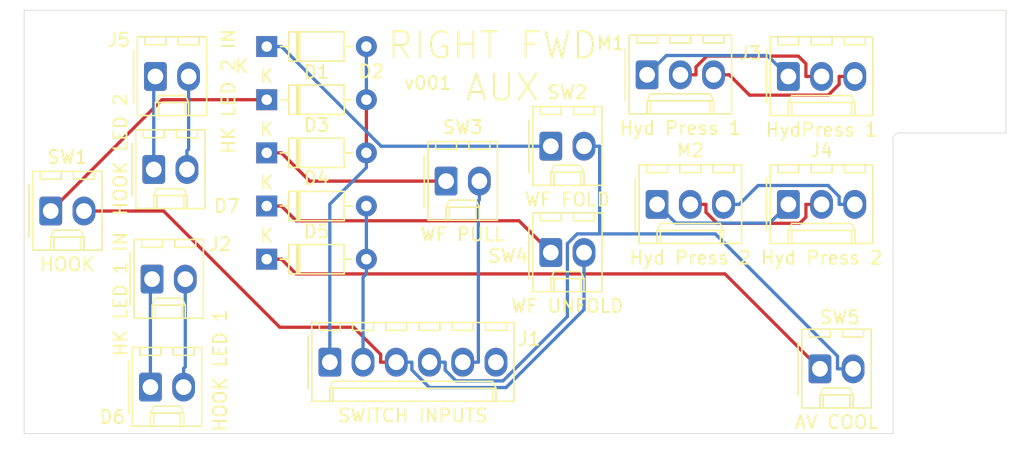
<source format=kicad_pcb>
(kicad_pcb (version 20171130) (host pcbnew "(5.1.5-0-10_14)")

  (general
    (thickness 1.6)
    (drawings 9)
    (tracks 97)
    (zones 0)
    (modules 23)
    (nets 21)
  )

  (page A4)
  (layers
    (0 F.Cu signal)
    (31 B.Cu signal)
    (32 B.Adhes user)
    (33 F.Adhes user)
    (34 B.Paste user)
    (35 F.Paste user)
    (36 B.SilkS user)
    (37 F.SilkS user)
    (38 B.Mask user)
    (39 F.Mask user)
    (40 Dwgs.User user)
    (41 Cmts.User user)
    (42 Eco1.User user)
    (43 Eco2.User user)
    (44 Edge.Cuts user)
    (45 Margin user)
    (46 B.CrtYd user)
    (47 F.CrtYd user)
    (48 B.Fab user)
    (49 F.Fab user)
  )

  (setup
    (last_trace_width 0.25)
    (trace_clearance 0.2)
    (zone_clearance 0.508)
    (zone_45_only no)
    (trace_min 0.2)
    (via_size 0.8)
    (via_drill 0.4)
    (via_min_size 0.4)
    (via_min_drill 0.3)
    (uvia_size 0.3)
    (uvia_drill 0.1)
    (uvias_allowed no)
    (uvia_min_size 0.2)
    (uvia_min_drill 0.1)
    (edge_width 0.05)
    (segment_width 0.2)
    (pcb_text_width 0.3)
    (pcb_text_size 1.5 1.5)
    (mod_edge_width 0.12)
    (mod_text_size 1 1)
    (mod_text_width 0.15)
    (pad_size 1.524 1.524)
    (pad_drill 0.762)
    (pad_to_mask_clearance 0.051)
    (solder_mask_min_width 0.25)
    (aux_axis_origin 0 0)
    (visible_elements FFFFFF7F)
    (pcbplotparams
      (layerselection 0x010fc_ffffffff)
      (usegerberextensions false)
      (usegerberattributes false)
      (usegerberadvancedattributes false)
      (creategerberjobfile false)
      (excludeedgelayer true)
      (linewidth 0.100000)
      (plotframeref false)
      (viasonmask false)
      (mode 1)
      (useauxorigin false)
      (hpglpennumber 1)
      (hpglpenspeed 20)
      (hpglpendiameter 15.000000)
      (psnegative false)
      (psa4output false)
      (plotreference true)
      (plotvalue true)
      (plotinvisibletext false)
      (padsonsilk false)
      (subtractmaskfromsilk false)
      (outputformat 1)
      (mirror false)
      (drillshape 0)
      (scaleselection 1)
      (outputdirectory "Manfacturing"))
  )

  (net 0 "")
  (net 1 /COL1)
  (net 2 "Net-(D1-Pad1)")
  (net 3 "Net-(D2-Pad1)")
  (net 4 "Net-(D3-Pad1)")
  (net 5 /COL2)
  (net 6 "Net-(D4-Pad1)")
  (net 7 "Net-(D5-Pad1)")
  (net 8 "Net-(D6-Pad2)")
  (net 9 "Net-(D6-Pad1)")
  (net 10 "Net-(D7-Pad2)")
  (net 11 "Net-(D7-Pad1)")
  (net 12 /ROW3)
  (net 13 /ROW2)
  (net 14 /ROW1)
  (net 15 "Net-(J3-Pad2)")
  (net 16 "Net-(J3-Pad1)")
  (net 17 "Net-(J4-Pad3)")
  (net 18 "Net-(J4-Pad2)")
  (net 19 "Net-(J4-Pad1)")
  (net 20 "Net-(J3-Pad3)")

  (net_class Default "This is the default net class."
    (clearance 0.2)
    (trace_width 0.25)
    (via_dia 0.8)
    (via_drill 0.4)
    (uvia_dia 0.3)
    (uvia_drill 0.1)
    (add_net /COL1)
    (add_net /COL2)
    (add_net /ROW1)
    (add_net /ROW2)
    (add_net /ROW3)
    (add_net "Net-(D1-Pad1)")
    (add_net "Net-(D2-Pad1)")
    (add_net "Net-(D3-Pad1)")
    (add_net "Net-(D4-Pad1)")
    (add_net "Net-(D5-Pad1)")
    (add_net "Net-(D6-Pad1)")
    (add_net "Net-(D6-Pad2)")
    (add_net "Net-(D7-Pad1)")
    (add_net "Net-(D7-Pad2)")
    (add_net "Net-(J3-Pad1)")
    (add_net "Net-(J3-Pad2)")
    (add_net "Net-(J3-Pad3)")
    (add_net "Net-(J4-Pad1)")
    (add_net "Net-(J4-Pad2)")
    (add_net "Net-(J4-Pad3)")
  )

  (module MountingHole:MountingHole_4.3mm_M4 (layer F.Cu) (tedit 56D1B4CB) (tstamp 606A2FBB)
    (at 110.363 82.677)
    (descr "Mounting Hole 4.3mm, no annular, M4")
    (tags "mounting hole 4.3mm no annular m4")
    (path /606A5561)
    (attr virtual)
    (fp_text reference H4 (at 0 -5.3) (layer F.SilkS) hide
      (effects (font (size 1 1) (thickness 0.15)))
    )
    (fp_text value MountingHole (at 0 5.3) (layer F.Fab)
      (effects (font (size 1 1) (thickness 0.15)))
    )
    (fp_circle (center 0 0) (end 4.55 0) (layer F.CrtYd) (width 0.05))
    (fp_circle (center 0 0) (end 4.3 0) (layer Cmts.User) (width 0.15))
    (fp_text user %R (at 0.3 0) (layer F.Fab)
      (effects (font (size 1 1) (thickness 0.15)))
    )
    (pad 1 np_thru_hole circle (at 0 0) (size 4.3 4.3) (drill 4.3) (layers *.Cu *.Mask))
  )

  (module MountingHole:MountingHole_4.3mm_M4 (layer F.Cu) (tedit 56D1B4CB) (tstamp 606A2FD0)
    (at 178.363 82.677)
    (descr "Mounting Hole 4.3mm, no annular, M4")
    (tags "mounting hole 4.3mm no annular m4")
    (path /606A5124)
    (attr virtual)
    (fp_text reference H3 (at 0 -5.3) (layer F.SilkS) hide
      (effects (font (size 1 1) (thickness 0.15)))
    )
    (fp_text value MountingHole (at 0 5.3) (layer F.Fab)
      (effects (font (size 1 1) (thickness 0.15)))
    )
    (fp_circle (center 0 0) (end 4.55 0) (layer F.CrtYd) (width 0.05))
    (fp_circle (center 0 0) (end 4.3 0) (layer Cmts.User) (width 0.15))
    (fp_text user %R (at 0.3 0) (layer F.Fab)
      (effects (font (size 1 1) (thickness 0.15)))
    )
    (pad 1 np_thru_hole circle (at 0 0) (size 4.3 4.3) (drill 4.3) (layers *.Cu *.Mask))
  )

  (module MountingHole:MountingHole_4.3mm_M4 (layer F.Cu) (tedit 56D1B4CB) (tstamp 606A30CC)
    (at 110.363 107.677)
    (descr "Mounting Hole 4.3mm, no annular, M4")
    (tags "mounting hole 4.3mm no annular m4")
    (path /606A4BF5)
    (attr virtual)
    (fp_text reference H2 (at 0 -5.3) (layer F.SilkS) hide
      (effects (font (size 1 1) (thickness 0.15)))
    )
    (fp_text value MountingHole (at 0 5.3) (layer F.Fab)
      (effects (font (size 1 1) (thickness 0.15)))
    )
    (fp_circle (center 0 0) (end 4.55 0) (layer F.CrtYd) (width 0.05))
    (fp_circle (center 0 0) (end 4.3 0) (layer Cmts.User) (width 0.15))
    (fp_text user %R (at 0.3 0) (layer F.Fab)
      (effects (font (size 1 1) (thickness 0.15)))
    )
    (pad 1 np_thru_hole circle (at 0 0) (size 4.3 4.3) (drill 4.3) (layers *.Cu *.Mask))
  )

  (module MountingHole:MountingHole_4.3mm_M4 (layer F.Cu) (tedit 56D1B4CB) (tstamp 606A2FE5)
    (at 157.48 107.677)
    (descr "Mounting Hole 4.3mm, no annular, M4")
    (tags "mounting hole 4.3mm no annular m4")
    (path /606A4576)
    (attr virtual)
    (fp_text reference H1 (at 0 -5.3) (layer F.SilkS) hide
      (effects (font (size 1 1) (thickness 0.15)))
    )
    (fp_text value MountingHole (at 0 5.3) (layer F.Fab)
      (effects (font (size 1 1) (thickness 0.15)))
    )
    (fp_circle (center 0 0) (end 4.55 0) (layer F.CrtYd) (width 0.05))
    (fp_circle (center 0 0) (end 4.3 0) (layer Cmts.User) (width 0.15))
    (fp_text user %R (at 0.3 0) (layer F.Fab)
      (effects (font (size 1 1) (thickness 0.15)))
    )
    (pad 1 np_thru_hole circle (at 0 0) (size 4.3 4.3) (drill 4.3) (layers *.Cu *.Mask))
  )

  (module PT_Library_v001:Molex_1x02_P2.54mm_Vertical (layer F.Cu) (tedit 5B78013E) (tstamp 606A5A61)
    (at 139.319 91.948)
    (descr "Molex KK-254 Interconnect System, old/engineering part number: AE-6410-02A example for new part number: 22-27-2021, 2 Pins (http://www.molex.com/pdm_docs/sd/022272021_sd.pdf), generated with kicad-footprint-generator")
    (tags "connector Molex KK-254 side entry")
    (path /606D493F)
    (fp_text reference SW3 (at 1.27 -4.12) (layer F.SilkS)
      (effects (font (size 1 1) (thickness 0.15)))
    )
    (fp_text value "WF PULL" (at 1.27 4.08) (layer F.SilkS)
      (effects (font (size 1 1) (thickness 0.15)))
    )
    (fp_text user %R (at 1.27 -2.22) (layer F.Fab)
      (effects (font (size 1 1) (thickness 0.15)))
    )
    (fp_line (start 4.31 -3.42) (end -1.77 -3.42) (layer F.CrtYd) (width 0.05))
    (fp_line (start 4.31 3.38) (end 4.31 -3.42) (layer F.CrtYd) (width 0.05))
    (fp_line (start -1.77 3.38) (end 4.31 3.38) (layer F.CrtYd) (width 0.05))
    (fp_line (start -1.77 -3.42) (end -1.77 3.38) (layer F.CrtYd) (width 0.05))
    (fp_line (start 3.34 -2.43) (end 3.34 -3.03) (layer F.SilkS) (width 0.12))
    (fp_line (start 1.74 -2.43) (end 3.34 -2.43) (layer F.SilkS) (width 0.12))
    (fp_line (start 1.74 -3.03) (end 1.74 -2.43) (layer F.SilkS) (width 0.12))
    (fp_line (start 0.8 -2.43) (end 0.8 -3.03) (layer F.SilkS) (width 0.12))
    (fp_line (start -0.8 -2.43) (end 0.8 -2.43) (layer F.SilkS) (width 0.12))
    (fp_line (start -0.8 -3.03) (end -0.8 -2.43) (layer F.SilkS) (width 0.12))
    (fp_line (start 2.29 2.99) (end 2.29 1.99) (layer F.SilkS) (width 0.12))
    (fp_line (start 0.25 2.99) (end 0.25 1.99) (layer F.SilkS) (width 0.12))
    (fp_line (start 2.29 1.46) (end 2.54 1.99) (layer F.SilkS) (width 0.12))
    (fp_line (start 0.25 1.46) (end 2.29 1.46) (layer F.SilkS) (width 0.12))
    (fp_line (start 0 1.99) (end 0.25 1.46) (layer F.SilkS) (width 0.12))
    (fp_line (start 2.54 1.99) (end 2.54 2.99) (layer F.SilkS) (width 0.12))
    (fp_line (start 0 1.99) (end 2.54 1.99) (layer F.SilkS) (width 0.12))
    (fp_line (start 0 2.99) (end 0 1.99) (layer F.SilkS) (width 0.12))
    (fp_line (start -0.562893 0) (end -1.27 0.5) (layer F.Fab) (width 0.1))
    (fp_line (start -1.27 -0.5) (end -0.562893 0) (layer F.Fab) (width 0.1))
    (fp_line (start -1.67 -2) (end -1.67 2) (layer F.SilkS) (width 0.12))
    (fp_line (start 3.92 -3.03) (end -1.38 -3.03) (layer F.SilkS) (width 0.12))
    (fp_line (start 3.92 2.99) (end 3.92 -3.03) (layer F.SilkS) (width 0.12))
    (fp_line (start -1.38 2.99) (end 3.92 2.99) (layer F.SilkS) (width 0.12))
    (fp_line (start -1.38 -3.03) (end -1.38 2.99) (layer F.SilkS) (width 0.12))
    (fp_line (start 3.81 -2.92) (end -1.27 -2.92) (layer F.Fab) (width 0.1))
    (fp_line (start 3.81 2.88) (end 3.81 -2.92) (layer F.Fab) (width 0.1))
    (fp_line (start -1.27 2.88) (end 3.81 2.88) (layer F.Fab) (width 0.1))
    (fp_line (start -1.27 -2.92) (end -1.27 2.88) (layer F.Fab) (width 0.1))
    (pad 2 thru_hole oval (at 2.54 0) (size 1.74 2.2) (drill 1.2) (layers *.Cu *.Mask)
      (net 12 /ROW3))
    (pad 1 thru_hole roundrect (at 0 0) (size 1.74 2.2) (drill 1.2) (layers *.Cu *.Mask) (roundrect_rratio 0.143678)
      (net 4 "Net-(D3-Pad1)"))
    (model ${KISYS3DMOD}/Connector_Molex.3dshapes/Molex_KK-254_AE-6410-02A_1x02_P2.54mm_Vertical.wrl
      (at (xyz 0 0 0))
      (scale (xyz 1 1 1))
      (rotate (xyz 0 0 0))
    )
  )

  (module PT_Library_v001:Molex_1x06_P2.54mm_Vertical (layer F.Cu) (tedit 5B78013E) (tstamp 606A57ED)
    (at 130.429 105.791)
    (descr "Molex KK-254 Interconnect System, old/engineering part number: AE-6410-06A example for new part number: 22-27-2061, 6 Pins (http://www.molex.com/pdm_docs/sd/022272021_sd.pdf), generated with kicad-footprint-generator")
    (tags "connector Molex KK-254 side entry")
    (path /606E6A3A)
    (fp_text reference J1 (at 15.24 -1.778) (layer F.SilkS)
      (effects (font (size 1 1) (thickness 0.15)))
    )
    (fp_text value "SWITCH INPUTS" (at 6.35 4.08) (layer F.SilkS)
      (effects (font (size 1 1) (thickness 0.15)))
    )
    (fp_text user %R (at 6.35 -2.22) (layer F.Fab)
      (effects (font (size 1 1) (thickness 0.15)))
    )
    (fp_line (start 14.47 -3.42) (end -1.77 -3.42) (layer F.CrtYd) (width 0.05))
    (fp_line (start 14.47 3.38) (end 14.47 -3.42) (layer F.CrtYd) (width 0.05))
    (fp_line (start -1.77 3.38) (end 14.47 3.38) (layer F.CrtYd) (width 0.05))
    (fp_line (start -1.77 -3.42) (end -1.77 3.38) (layer F.CrtYd) (width 0.05))
    (fp_line (start 13.5 -2.43) (end 13.5 -3.03) (layer F.SilkS) (width 0.12))
    (fp_line (start 11.9 -2.43) (end 13.5 -2.43) (layer F.SilkS) (width 0.12))
    (fp_line (start 11.9 -3.03) (end 11.9 -2.43) (layer F.SilkS) (width 0.12))
    (fp_line (start 10.96 -2.43) (end 10.96 -3.03) (layer F.SilkS) (width 0.12))
    (fp_line (start 9.36 -2.43) (end 10.96 -2.43) (layer F.SilkS) (width 0.12))
    (fp_line (start 9.36 -3.03) (end 9.36 -2.43) (layer F.SilkS) (width 0.12))
    (fp_line (start 8.42 -2.43) (end 8.42 -3.03) (layer F.SilkS) (width 0.12))
    (fp_line (start 6.82 -2.43) (end 8.42 -2.43) (layer F.SilkS) (width 0.12))
    (fp_line (start 6.82 -3.03) (end 6.82 -2.43) (layer F.SilkS) (width 0.12))
    (fp_line (start 5.88 -2.43) (end 5.88 -3.03) (layer F.SilkS) (width 0.12))
    (fp_line (start 4.28 -2.43) (end 5.88 -2.43) (layer F.SilkS) (width 0.12))
    (fp_line (start 4.28 -3.03) (end 4.28 -2.43) (layer F.SilkS) (width 0.12))
    (fp_line (start 3.34 -2.43) (end 3.34 -3.03) (layer F.SilkS) (width 0.12))
    (fp_line (start 1.74 -2.43) (end 3.34 -2.43) (layer F.SilkS) (width 0.12))
    (fp_line (start 1.74 -3.03) (end 1.74 -2.43) (layer F.SilkS) (width 0.12))
    (fp_line (start 0.8 -2.43) (end 0.8 -3.03) (layer F.SilkS) (width 0.12))
    (fp_line (start -0.8 -2.43) (end 0.8 -2.43) (layer F.SilkS) (width 0.12))
    (fp_line (start -0.8 -3.03) (end -0.8 -2.43) (layer F.SilkS) (width 0.12))
    (fp_line (start 12.45 2.99) (end 12.45 1.99) (layer F.SilkS) (width 0.12))
    (fp_line (start 0.25 2.99) (end 0.25 1.99) (layer F.SilkS) (width 0.12))
    (fp_line (start 12.45 1.46) (end 12.7 1.99) (layer F.SilkS) (width 0.12))
    (fp_line (start 0.25 1.46) (end 12.45 1.46) (layer F.SilkS) (width 0.12))
    (fp_line (start 0 1.99) (end 0.25 1.46) (layer F.SilkS) (width 0.12))
    (fp_line (start 12.7 1.99) (end 12.7 2.99) (layer F.SilkS) (width 0.12))
    (fp_line (start 0 1.99) (end 12.7 1.99) (layer F.SilkS) (width 0.12))
    (fp_line (start 0 2.99) (end 0 1.99) (layer F.SilkS) (width 0.12))
    (fp_line (start -0.562893 0) (end -1.27 0.5) (layer F.Fab) (width 0.1))
    (fp_line (start -1.27 -0.5) (end -0.562893 0) (layer F.Fab) (width 0.1))
    (fp_line (start -1.67 -2) (end -1.67 2) (layer F.SilkS) (width 0.12))
    (fp_line (start 14.08 -3.03) (end -1.38 -3.03) (layer F.SilkS) (width 0.12))
    (fp_line (start 14.08 2.99) (end 14.08 -3.03) (layer F.SilkS) (width 0.12))
    (fp_line (start -1.38 2.99) (end 14.08 2.99) (layer F.SilkS) (width 0.12))
    (fp_line (start -1.38 -3.03) (end -1.38 2.99) (layer F.SilkS) (width 0.12))
    (fp_line (start 13.97 -2.92) (end -1.27 -2.92) (layer F.Fab) (width 0.1))
    (fp_line (start 13.97 2.88) (end 13.97 -2.92) (layer F.Fab) (width 0.1))
    (fp_line (start -1.27 2.88) (end 13.97 2.88) (layer F.Fab) (width 0.1))
    (fp_line (start -1.27 -2.92) (end -1.27 2.88) (layer F.Fab) (width 0.1))
    (pad 6 thru_hole oval (at 12.7 0) (size 1.74 2.2) (drill 1.2) (layers *.Cu *.Mask))
    (pad 5 thru_hole oval (at 10.16 0) (size 1.74 2.2) (drill 1.2) (layers *.Cu *.Mask)
      (net 12 /ROW3))
    (pad 4 thru_hole oval (at 7.62 0) (size 1.74 2.2) (drill 1.2) (layers *.Cu *.Mask)
      (net 13 /ROW2))
    (pad 3 thru_hole oval (at 5.08 0) (size 1.74 2.2) (drill 1.2) (layers *.Cu *.Mask)
      (net 14 /ROW1))
    (pad 2 thru_hole oval (at 2.54 0) (size 1.74 2.2) (drill 1.2) (layers *.Cu *.Mask)
      (net 5 /COL2))
    (pad 1 thru_hole roundrect (at 0 0) (size 1.74 2.2) (drill 1.2) (layers *.Cu *.Mask) (roundrect_rratio 0.143678)
      (net 1 /COL1))
    (model ${KISYS3DMOD}/Connector_Molex.3dshapes/Molex_KK-254_AE-6410-06A_1x06_P2.54mm_Vertical.wrl
      (at (xyz 0 0 0))
      (scale (xyz 1 1 1))
      (rotate (xyz 0 0 0))
    )
  )

  (module PT_Library_v001:D_Signal_P7.62mm_Horizontal (layer F.Cu) (tedit 5AE50CD5) (tstamp 606A56FF)
    (at 125.603 89.789)
    (descr "Diode, DO-35_SOD27 series, Axial, Horizontal, pin pitch=7.62mm, , length*diameter=4*2mm^2, , http://www.diodes.com/_files/packages/DO-35.pdf")
    (tags "Diode DO-35_SOD27 series Axial Horizontal pin pitch 7.62mm  length 4mm diameter 2mm")
    (path /606D4935)
    (fp_text reference D3 (at 3.81 -2.12) (layer F.SilkS)
      (effects (font (size 1 1) (thickness 0.15)))
    )
    (fp_text value D (at 3.81 2.12) (layer F.Fab)
      (effects (font (size 1 1) (thickness 0.15)))
    )
    (fp_text user K (at 0 -1.8) (layer F.SilkS)
      (effects (font (size 1 1) (thickness 0.15)))
    )
    (fp_text user K (at 0 -1.8) (layer F.Fab)
      (effects (font (size 1 1) (thickness 0.15)))
    )
    (fp_text user %R (at 4.11 0) (layer F.Fab)
      (effects (font (size 0.8 0.8) (thickness 0.12)))
    )
    (fp_line (start 8.67 -1.25) (end -1.05 -1.25) (layer F.CrtYd) (width 0.05))
    (fp_line (start 8.67 1.25) (end 8.67 -1.25) (layer F.CrtYd) (width 0.05))
    (fp_line (start -1.05 1.25) (end 8.67 1.25) (layer F.CrtYd) (width 0.05))
    (fp_line (start -1.05 -1.25) (end -1.05 1.25) (layer F.CrtYd) (width 0.05))
    (fp_line (start 2.29 -1.12) (end 2.29 1.12) (layer F.SilkS) (width 0.12))
    (fp_line (start 2.53 -1.12) (end 2.53 1.12) (layer F.SilkS) (width 0.12))
    (fp_line (start 2.41 -1.12) (end 2.41 1.12) (layer F.SilkS) (width 0.12))
    (fp_line (start 6.58 0) (end 5.93 0) (layer F.SilkS) (width 0.12))
    (fp_line (start 1.04 0) (end 1.69 0) (layer F.SilkS) (width 0.12))
    (fp_line (start 5.93 -1.12) (end 1.69 -1.12) (layer F.SilkS) (width 0.12))
    (fp_line (start 5.93 1.12) (end 5.93 -1.12) (layer F.SilkS) (width 0.12))
    (fp_line (start 1.69 1.12) (end 5.93 1.12) (layer F.SilkS) (width 0.12))
    (fp_line (start 1.69 -1.12) (end 1.69 1.12) (layer F.SilkS) (width 0.12))
    (fp_line (start 2.31 -1) (end 2.31 1) (layer F.Fab) (width 0.1))
    (fp_line (start 2.51 -1) (end 2.51 1) (layer F.Fab) (width 0.1))
    (fp_line (start 2.41 -1) (end 2.41 1) (layer F.Fab) (width 0.1))
    (fp_line (start 7.62 0) (end 5.81 0) (layer F.Fab) (width 0.1))
    (fp_line (start 0 0) (end 1.81 0) (layer F.Fab) (width 0.1))
    (fp_line (start 5.81 -1) (end 1.81 -1) (layer F.Fab) (width 0.1))
    (fp_line (start 5.81 1) (end 5.81 -1) (layer F.Fab) (width 0.1))
    (fp_line (start 1.81 1) (end 5.81 1) (layer F.Fab) (width 0.1))
    (fp_line (start 1.81 -1) (end 1.81 1) (layer F.Fab) (width 0.1))
    (pad 2 thru_hole oval (at 7.62 0) (size 1.6 1.6) (drill 0.8) (layers *.Cu *.Mask)
      (net 1 /COL1))
    (pad 1 thru_hole rect (at 0 0) (size 1.6 1.6) (drill 0.8) (layers *.Cu *.Mask)
      (net 4 "Net-(D3-Pad1)"))
    (model ${KISYS3DMOD}/Diode_THT.3dshapes/D_DO-35_SOD27_P7.62mm_Horizontal.wrl
      (at (xyz 0 0 0))
      (scale (xyz 1 1 1))
      (rotate (xyz 0 0 0))
    )
  )

  (module PT_Library_v001:Molex_1x03_P2.54mm_Vertical (layer F.Cu) (tedit 5B78013E) (tstamp 606A2E6C)
    (at 165.481 83.947)
    (descr "Molex KK-254 Interconnect System, old/engineering part number: AE-6410-03A example for new part number: 22-27-2031, 3 Pins (http://www.molex.com/pdm_docs/sd/022272021_sd.pdf), generated with kicad-footprint-generator")
    (tags "connector Molex KK-254 side entry")
    (path /606DDA56)
    (fp_text reference J3 (at -2.921 -1.778) (layer F.SilkS)
      (effects (font (size 1 1) (thickness 0.15)))
    )
    (fp_text value "HydPress 1" (at 2.54 4.08) (layer F.SilkS)
      (effects (font (size 1 1) (thickness 0.15)))
    )
    (fp_text user %R (at 2.54 -2.22) (layer F.Fab)
      (effects (font (size 1 1) (thickness 0.15)))
    )
    (fp_line (start 6.85 -3.42) (end -1.77 -3.42) (layer F.CrtYd) (width 0.05))
    (fp_line (start 6.85 3.38) (end 6.85 -3.42) (layer F.CrtYd) (width 0.05))
    (fp_line (start -1.77 3.38) (end 6.85 3.38) (layer F.CrtYd) (width 0.05))
    (fp_line (start -1.77 -3.42) (end -1.77 3.38) (layer F.CrtYd) (width 0.05))
    (fp_line (start 5.88 -2.43) (end 5.88 -3.03) (layer F.SilkS) (width 0.12))
    (fp_line (start 4.28 -2.43) (end 5.88 -2.43) (layer F.SilkS) (width 0.12))
    (fp_line (start 4.28 -3.03) (end 4.28 -2.43) (layer F.SilkS) (width 0.12))
    (fp_line (start 3.34 -2.43) (end 3.34 -3.03) (layer F.SilkS) (width 0.12))
    (fp_line (start 1.74 -2.43) (end 3.34 -2.43) (layer F.SilkS) (width 0.12))
    (fp_line (start 1.74 -3.03) (end 1.74 -2.43) (layer F.SilkS) (width 0.12))
    (fp_line (start 0.8 -2.43) (end 0.8 -3.03) (layer F.SilkS) (width 0.12))
    (fp_line (start -0.8 -2.43) (end 0.8 -2.43) (layer F.SilkS) (width 0.12))
    (fp_line (start -0.8 -3.03) (end -0.8 -2.43) (layer F.SilkS) (width 0.12))
    (fp_line (start 4.83 2.99) (end 4.83 1.99) (layer F.SilkS) (width 0.12))
    (fp_line (start 0.25 2.99) (end 0.25 1.99) (layer F.SilkS) (width 0.12))
    (fp_line (start 4.83 1.46) (end 5.08 1.99) (layer F.SilkS) (width 0.12))
    (fp_line (start 0.25 1.46) (end 4.83 1.46) (layer F.SilkS) (width 0.12))
    (fp_line (start 0 1.99) (end 0.25 1.46) (layer F.SilkS) (width 0.12))
    (fp_line (start 5.08 1.99) (end 5.08 2.99) (layer F.SilkS) (width 0.12))
    (fp_line (start 0 1.99) (end 5.08 1.99) (layer F.SilkS) (width 0.12))
    (fp_line (start 0 2.99) (end 0 1.99) (layer F.SilkS) (width 0.12))
    (fp_line (start -0.562893 0) (end -1.27 0.5) (layer F.Fab) (width 0.1))
    (fp_line (start -1.27 -0.5) (end -0.562893 0) (layer F.Fab) (width 0.1))
    (fp_line (start -1.67 -2) (end -1.67 2) (layer F.SilkS) (width 0.12))
    (fp_line (start 6.46 -3.03) (end -1.38 -3.03) (layer F.SilkS) (width 0.12))
    (fp_line (start 6.46 2.99) (end 6.46 -3.03) (layer F.SilkS) (width 0.12))
    (fp_line (start -1.38 2.99) (end 6.46 2.99) (layer F.SilkS) (width 0.12))
    (fp_line (start -1.38 -3.03) (end -1.38 2.99) (layer F.SilkS) (width 0.12))
    (fp_line (start 6.35 -2.92) (end -1.27 -2.92) (layer F.Fab) (width 0.1))
    (fp_line (start 6.35 2.88) (end 6.35 -2.92) (layer F.Fab) (width 0.1))
    (fp_line (start -1.27 2.88) (end 6.35 2.88) (layer F.Fab) (width 0.1))
    (fp_line (start -1.27 -2.92) (end -1.27 2.88) (layer F.Fab) (width 0.1))
    (pad 3 thru_hole oval (at 5.08 0) (size 1.74 2.2) (drill 1.2) (layers *.Cu *.Mask)
      (net 20 "Net-(J3-Pad3)"))
    (pad 2 thru_hole oval (at 2.54 0) (size 1.74 2.2) (drill 1.2) (layers *.Cu *.Mask)
      (net 15 "Net-(J3-Pad2)"))
    (pad 1 thru_hole roundrect (at 0 0) (size 1.74 2.2) (drill 1.2) (layers *.Cu *.Mask) (roundrect_rratio 0.143678)
      (net 16 "Net-(J3-Pad1)"))
    (model ${KISYS3DMOD}/Connector_Molex.3dshapes/Molex_KK-254_AE-6410-03A_1x03_P2.54mm_Vertical.wrl
      (at (xyz 0 0 0))
      (scale (xyz 1 1 1))
      (rotate (xyz 0 0 0))
    )
  )

  (module PT_Library_v001:Molex_1x02_P2.54mm_Vertical (layer F.Cu) (tedit 5B78013E) (tstamp 6072659D)
    (at 167.894 106.299)
    (descr "Molex KK-254 Interconnect System, old/engineering part number: AE-6410-02A example for new part number: 22-27-2021, 2 Pins (http://www.molex.com/pdm_docs/sd/022272021_sd.pdf), generated with kicad-footprint-generator")
    (tags "connector Molex KK-254 side entry")
    (path /606D7109)
    (fp_text reference SW5 (at 1.524 -3.937) (layer F.SilkS)
      (effects (font (size 1 1) (thickness 0.15)))
    )
    (fp_text value "AV COOL" (at 1.27 4.08) (layer F.SilkS)
      (effects (font (size 1 1) (thickness 0.15)))
    )
    (fp_text user %R (at 1.27 -2.22) (layer F.Fab)
      (effects (font (size 1 1) (thickness 0.15)))
    )
    (fp_line (start 4.31 -3.42) (end -1.77 -3.42) (layer F.CrtYd) (width 0.05))
    (fp_line (start 4.31 3.38) (end 4.31 -3.42) (layer F.CrtYd) (width 0.05))
    (fp_line (start -1.77 3.38) (end 4.31 3.38) (layer F.CrtYd) (width 0.05))
    (fp_line (start -1.77 -3.42) (end -1.77 3.38) (layer F.CrtYd) (width 0.05))
    (fp_line (start 3.34 -2.43) (end 3.34 -3.03) (layer F.SilkS) (width 0.12))
    (fp_line (start 1.74 -2.43) (end 3.34 -2.43) (layer F.SilkS) (width 0.12))
    (fp_line (start 1.74 -3.03) (end 1.74 -2.43) (layer F.SilkS) (width 0.12))
    (fp_line (start 0.8 -2.43) (end 0.8 -3.03) (layer F.SilkS) (width 0.12))
    (fp_line (start -0.8 -2.43) (end 0.8 -2.43) (layer F.SilkS) (width 0.12))
    (fp_line (start -0.8 -3.03) (end -0.8 -2.43) (layer F.SilkS) (width 0.12))
    (fp_line (start 2.29 2.99) (end 2.29 1.99) (layer F.SilkS) (width 0.12))
    (fp_line (start 0.25 2.99) (end 0.25 1.99) (layer F.SilkS) (width 0.12))
    (fp_line (start 2.29 1.46) (end 2.54 1.99) (layer F.SilkS) (width 0.12))
    (fp_line (start 0.25 1.46) (end 2.29 1.46) (layer F.SilkS) (width 0.12))
    (fp_line (start 0 1.99) (end 0.25 1.46) (layer F.SilkS) (width 0.12))
    (fp_line (start 2.54 1.99) (end 2.54 2.99) (layer F.SilkS) (width 0.12))
    (fp_line (start 0 1.99) (end 2.54 1.99) (layer F.SilkS) (width 0.12))
    (fp_line (start 0 2.99) (end 0 1.99) (layer F.SilkS) (width 0.12))
    (fp_line (start -0.562893 0) (end -1.27 0.5) (layer F.Fab) (width 0.1))
    (fp_line (start -1.27 -0.5) (end -0.562893 0) (layer F.Fab) (width 0.1))
    (fp_line (start -1.67 -2) (end -1.67 2) (layer F.SilkS) (width 0.12))
    (fp_line (start 3.92 -3.03) (end -1.38 -3.03) (layer F.SilkS) (width 0.12))
    (fp_line (start 3.92 2.99) (end 3.92 -3.03) (layer F.SilkS) (width 0.12))
    (fp_line (start -1.38 2.99) (end 3.92 2.99) (layer F.SilkS) (width 0.12))
    (fp_line (start -1.38 -3.03) (end -1.38 2.99) (layer F.SilkS) (width 0.12))
    (fp_line (start 3.81 -2.92) (end -1.27 -2.92) (layer F.Fab) (width 0.1))
    (fp_line (start 3.81 2.88) (end 3.81 -2.92) (layer F.Fab) (width 0.1))
    (fp_line (start -1.27 2.88) (end 3.81 2.88) (layer F.Fab) (width 0.1))
    (fp_line (start -1.27 -2.92) (end -1.27 2.88) (layer F.Fab) (width 0.1))
    (pad 2 thru_hole oval (at 2.54 0) (size 1.74 2.2) (drill 1.2) (layers *.Cu *.Mask)
      (net 13 /ROW2))
    (pad 1 thru_hole roundrect (at 0 0) (size 1.74 2.2) (drill 1.2) (layers *.Cu *.Mask) (roundrect_rratio 0.143678)
      (net 7 "Net-(D5-Pad1)"))
    (model ${KISYS3DMOD}/Connector_Molex.3dshapes/Molex_KK-254_AE-6410-02A_1x02_P2.54mm_Vertical.wrl
      (at (xyz 0 0 0))
      (scale (xyz 1 1 1))
      (rotate (xyz 0 0 0))
    )
  )

  (module PT_Library_v001:Molex_1x02_P2.54mm_Vertical (layer F.Cu) (tedit 5B78013E) (tstamp 606A2B69)
    (at 147.32 97.409)
    (descr "Molex KK-254 Interconnect System, old/engineering part number: AE-6410-02A example for new part number: 22-27-2021, 2 Pins (http://www.molex.com/pdm_docs/sd/022272021_sd.pdf), generated with kicad-footprint-generator")
    (tags "connector Molex KK-254 side entry")
    (path /606D4954)
    (fp_text reference SW4 (at -3.26 0.254) (layer F.SilkS)
      (effects (font (size 1 1) (thickness 0.15)))
    )
    (fp_text value "WF UNFOLD" (at 1.27 4.08) (layer F.SilkS)
      (effects (font (size 1 1) (thickness 0.15)))
    )
    (fp_text user %R (at 1.27 -2.22) (layer F.Fab)
      (effects (font (size 1 1) (thickness 0.15)))
    )
    (fp_line (start 4.31 -3.42) (end -1.77 -3.42) (layer F.CrtYd) (width 0.05))
    (fp_line (start 4.31 3.38) (end 4.31 -3.42) (layer F.CrtYd) (width 0.05))
    (fp_line (start -1.77 3.38) (end 4.31 3.38) (layer F.CrtYd) (width 0.05))
    (fp_line (start -1.77 -3.42) (end -1.77 3.38) (layer F.CrtYd) (width 0.05))
    (fp_line (start 3.34 -2.43) (end 3.34 -3.03) (layer F.SilkS) (width 0.12))
    (fp_line (start 1.74 -2.43) (end 3.34 -2.43) (layer F.SilkS) (width 0.12))
    (fp_line (start 1.74 -3.03) (end 1.74 -2.43) (layer F.SilkS) (width 0.12))
    (fp_line (start 0.8 -2.43) (end 0.8 -3.03) (layer F.SilkS) (width 0.12))
    (fp_line (start -0.8 -2.43) (end 0.8 -2.43) (layer F.SilkS) (width 0.12))
    (fp_line (start -0.8 -3.03) (end -0.8 -2.43) (layer F.SilkS) (width 0.12))
    (fp_line (start 2.29 2.99) (end 2.29 1.99) (layer F.SilkS) (width 0.12))
    (fp_line (start 0.25 2.99) (end 0.25 1.99) (layer F.SilkS) (width 0.12))
    (fp_line (start 2.29 1.46) (end 2.54 1.99) (layer F.SilkS) (width 0.12))
    (fp_line (start 0.25 1.46) (end 2.29 1.46) (layer F.SilkS) (width 0.12))
    (fp_line (start 0 1.99) (end 0.25 1.46) (layer F.SilkS) (width 0.12))
    (fp_line (start 2.54 1.99) (end 2.54 2.99) (layer F.SilkS) (width 0.12))
    (fp_line (start 0 1.99) (end 2.54 1.99) (layer F.SilkS) (width 0.12))
    (fp_line (start 0 2.99) (end 0 1.99) (layer F.SilkS) (width 0.12))
    (fp_line (start -0.562893 0) (end -1.27 0.5) (layer F.Fab) (width 0.1))
    (fp_line (start -1.27 -0.5) (end -0.562893 0) (layer F.Fab) (width 0.1))
    (fp_line (start -1.67 -2) (end -1.67 2) (layer F.SilkS) (width 0.12))
    (fp_line (start 3.92 -3.03) (end -1.38 -3.03) (layer F.SilkS) (width 0.12))
    (fp_line (start 3.92 2.99) (end 3.92 -3.03) (layer F.SilkS) (width 0.12))
    (fp_line (start -1.38 2.99) (end 3.92 2.99) (layer F.SilkS) (width 0.12))
    (fp_line (start -1.38 -3.03) (end -1.38 2.99) (layer F.SilkS) (width 0.12))
    (fp_line (start 3.81 -2.92) (end -1.27 -2.92) (layer F.Fab) (width 0.1))
    (fp_line (start 3.81 2.88) (end 3.81 -2.92) (layer F.Fab) (width 0.1))
    (fp_line (start -1.27 2.88) (end 3.81 2.88) (layer F.Fab) (width 0.1))
    (fp_line (start -1.27 -2.92) (end -1.27 2.88) (layer F.Fab) (width 0.1))
    (pad 2 thru_hole oval (at 2.54 0) (size 1.74 2.2) (drill 1.2) (layers *.Cu *.Mask)
      (net 14 /ROW1))
    (pad 1 thru_hole roundrect (at 0 0) (size 1.74 2.2) (drill 1.2) (layers *.Cu *.Mask) (roundrect_rratio 0.143678)
      (net 6 "Net-(D4-Pad1)"))
    (model ${KISYS3DMOD}/Connector_Molex.3dshapes/Molex_KK-254_AE-6410-02A_1x02_P2.54mm_Vertical.wrl
      (at (xyz 0 0 0))
      (scale (xyz 1 1 1))
      (rotate (xyz 0 0 0))
    )
  )

  (module PT_Library_v001:Molex_1x02_P2.54mm_Vertical (layer F.Cu) (tedit 5B78013E) (tstamp 606A2BD2)
    (at 147.32 89.281)
    (descr "Molex KK-254 Interconnect System, old/engineering part number: AE-6410-02A example for new part number: 22-27-2021, 2 Pins (http://www.molex.com/pdm_docs/sd/022272021_sd.pdf), generated with kicad-footprint-generator")
    (tags "connector Molex KK-254 side entry")
    (path /606D3744)
    (fp_text reference SW2 (at 1.27 -4.12) (layer F.SilkS)
      (effects (font (size 1 1) (thickness 0.15)))
    )
    (fp_text value "WF FOLD" (at 1.27 4.08) (layer F.SilkS)
      (effects (font (size 1 1) (thickness 0.15)))
    )
    (fp_text user %R (at 1.27 -2.22) (layer F.Fab)
      (effects (font (size 1 1) (thickness 0.15)))
    )
    (fp_line (start 4.31 -3.42) (end -1.77 -3.42) (layer F.CrtYd) (width 0.05))
    (fp_line (start 4.31 3.38) (end 4.31 -3.42) (layer F.CrtYd) (width 0.05))
    (fp_line (start -1.77 3.38) (end 4.31 3.38) (layer F.CrtYd) (width 0.05))
    (fp_line (start -1.77 -3.42) (end -1.77 3.38) (layer F.CrtYd) (width 0.05))
    (fp_line (start 3.34 -2.43) (end 3.34 -3.03) (layer F.SilkS) (width 0.12))
    (fp_line (start 1.74 -2.43) (end 3.34 -2.43) (layer F.SilkS) (width 0.12))
    (fp_line (start 1.74 -3.03) (end 1.74 -2.43) (layer F.SilkS) (width 0.12))
    (fp_line (start 0.8 -2.43) (end 0.8 -3.03) (layer F.SilkS) (width 0.12))
    (fp_line (start -0.8 -2.43) (end 0.8 -2.43) (layer F.SilkS) (width 0.12))
    (fp_line (start -0.8 -3.03) (end -0.8 -2.43) (layer F.SilkS) (width 0.12))
    (fp_line (start 2.29 2.99) (end 2.29 1.99) (layer F.SilkS) (width 0.12))
    (fp_line (start 0.25 2.99) (end 0.25 1.99) (layer F.SilkS) (width 0.12))
    (fp_line (start 2.29 1.46) (end 2.54 1.99) (layer F.SilkS) (width 0.12))
    (fp_line (start 0.25 1.46) (end 2.29 1.46) (layer F.SilkS) (width 0.12))
    (fp_line (start 0 1.99) (end 0.25 1.46) (layer F.SilkS) (width 0.12))
    (fp_line (start 2.54 1.99) (end 2.54 2.99) (layer F.SilkS) (width 0.12))
    (fp_line (start 0 1.99) (end 2.54 1.99) (layer F.SilkS) (width 0.12))
    (fp_line (start 0 2.99) (end 0 1.99) (layer F.SilkS) (width 0.12))
    (fp_line (start -0.562893 0) (end -1.27 0.5) (layer F.Fab) (width 0.1))
    (fp_line (start -1.27 -0.5) (end -0.562893 0) (layer F.Fab) (width 0.1))
    (fp_line (start -1.67 -2) (end -1.67 2) (layer F.SilkS) (width 0.12))
    (fp_line (start 3.92 -3.03) (end -1.38 -3.03) (layer F.SilkS) (width 0.12))
    (fp_line (start 3.92 2.99) (end 3.92 -3.03) (layer F.SilkS) (width 0.12))
    (fp_line (start -1.38 2.99) (end 3.92 2.99) (layer F.SilkS) (width 0.12))
    (fp_line (start -1.38 -3.03) (end -1.38 2.99) (layer F.SilkS) (width 0.12))
    (fp_line (start 3.81 -2.92) (end -1.27 -2.92) (layer F.Fab) (width 0.1))
    (fp_line (start 3.81 2.88) (end 3.81 -2.92) (layer F.Fab) (width 0.1))
    (fp_line (start -1.27 2.88) (end 3.81 2.88) (layer F.Fab) (width 0.1))
    (fp_line (start -1.27 -2.92) (end -1.27 2.88) (layer F.Fab) (width 0.1))
    (pad 2 thru_hole oval (at 2.54 0) (size 1.74 2.2) (drill 1.2) (layers *.Cu *.Mask)
      (net 13 /ROW2))
    (pad 1 thru_hole roundrect (at 0 0) (size 1.74 2.2) (drill 1.2) (layers *.Cu *.Mask) (roundrect_rratio 0.143678)
      (net 3 "Net-(D2-Pad1)"))
    (model ${KISYS3DMOD}/Connector_Molex.3dshapes/Molex_KK-254_AE-6410-02A_1x02_P2.54mm_Vertical.wrl
      (at (xyz 0 0 0))
      (scale (xyz 1 1 1))
      (rotate (xyz 0 0 0))
    )
  )

  (module PT_Library_v001:Molex_1x02_P2.54mm_Vertical (layer F.Cu) (tedit 5B78013E) (tstamp 606A2C3B)
    (at 109.093 94.234)
    (descr "Molex KK-254 Interconnect System, old/engineering part number: AE-6410-02A example for new part number: 22-27-2021, 2 Pins (http://www.molex.com/pdm_docs/sd/022272021_sd.pdf), generated with kicad-footprint-generator")
    (tags "connector Molex KK-254 side entry")
    (path /5FC61E34)
    (fp_text reference SW1 (at 1.27 -4.12) (layer F.SilkS)
      (effects (font (size 1 1) (thickness 0.15)))
    )
    (fp_text value HOOK (at 1.27 4.08) (layer F.SilkS)
      (effects (font (size 1 1) (thickness 0.15)))
    )
    (fp_text user %R (at 1.27 -2.22) (layer F.Fab)
      (effects (font (size 1 1) (thickness 0.15)))
    )
    (fp_line (start 4.31 -3.42) (end -1.77 -3.42) (layer F.CrtYd) (width 0.05))
    (fp_line (start 4.31 3.38) (end 4.31 -3.42) (layer F.CrtYd) (width 0.05))
    (fp_line (start -1.77 3.38) (end 4.31 3.38) (layer F.CrtYd) (width 0.05))
    (fp_line (start -1.77 -3.42) (end -1.77 3.38) (layer F.CrtYd) (width 0.05))
    (fp_line (start 3.34 -2.43) (end 3.34 -3.03) (layer F.SilkS) (width 0.12))
    (fp_line (start 1.74 -2.43) (end 3.34 -2.43) (layer F.SilkS) (width 0.12))
    (fp_line (start 1.74 -3.03) (end 1.74 -2.43) (layer F.SilkS) (width 0.12))
    (fp_line (start 0.8 -2.43) (end 0.8 -3.03) (layer F.SilkS) (width 0.12))
    (fp_line (start -0.8 -2.43) (end 0.8 -2.43) (layer F.SilkS) (width 0.12))
    (fp_line (start -0.8 -3.03) (end -0.8 -2.43) (layer F.SilkS) (width 0.12))
    (fp_line (start 2.29 2.99) (end 2.29 1.99) (layer F.SilkS) (width 0.12))
    (fp_line (start 0.25 2.99) (end 0.25 1.99) (layer F.SilkS) (width 0.12))
    (fp_line (start 2.29 1.46) (end 2.54 1.99) (layer F.SilkS) (width 0.12))
    (fp_line (start 0.25 1.46) (end 2.29 1.46) (layer F.SilkS) (width 0.12))
    (fp_line (start 0 1.99) (end 0.25 1.46) (layer F.SilkS) (width 0.12))
    (fp_line (start 2.54 1.99) (end 2.54 2.99) (layer F.SilkS) (width 0.12))
    (fp_line (start 0 1.99) (end 2.54 1.99) (layer F.SilkS) (width 0.12))
    (fp_line (start 0 2.99) (end 0 1.99) (layer F.SilkS) (width 0.12))
    (fp_line (start -0.562893 0) (end -1.27 0.5) (layer F.Fab) (width 0.1))
    (fp_line (start -1.27 -0.5) (end -0.562893 0) (layer F.Fab) (width 0.1))
    (fp_line (start -1.67 -2) (end -1.67 2) (layer F.SilkS) (width 0.12))
    (fp_line (start 3.92 -3.03) (end -1.38 -3.03) (layer F.SilkS) (width 0.12))
    (fp_line (start 3.92 2.99) (end 3.92 -3.03) (layer F.SilkS) (width 0.12))
    (fp_line (start -1.38 2.99) (end 3.92 2.99) (layer F.SilkS) (width 0.12))
    (fp_line (start -1.38 -3.03) (end -1.38 2.99) (layer F.SilkS) (width 0.12))
    (fp_line (start 3.81 -2.92) (end -1.27 -2.92) (layer F.Fab) (width 0.1))
    (fp_line (start 3.81 2.88) (end 3.81 -2.92) (layer F.Fab) (width 0.1))
    (fp_line (start -1.27 2.88) (end 3.81 2.88) (layer F.Fab) (width 0.1))
    (fp_line (start -1.27 -2.92) (end -1.27 2.88) (layer F.Fab) (width 0.1))
    (pad 2 thru_hole oval (at 2.54 0) (size 1.74 2.2) (drill 1.2) (layers *.Cu *.Mask)
      (net 14 /ROW1))
    (pad 1 thru_hole roundrect (at 0 0) (size 1.74 2.2) (drill 1.2) (layers *.Cu *.Mask) (roundrect_rratio 0.143678)
      (net 2 "Net-(D1-Pad1)"))
    (model ${KISYS3DMOD}/Connector_Molex.3dshapes/Molex_KK-254_AE-6410-02A_1x02_P2.54mm_Vertical.wrl
      (at (xyz 0 0 0))
      (scale (xyz 1 1 1))
      (rotate (xyz 0 0 0))
    )
  )

  (module PT_Library_v001:Molex_1x03_P2.54mm_Vertical (layer F.Cu) (tedit 5B78013E) (tstamp 606A2CA8)
    (at 155.448 93.726)
    (descr "Molex KK-254 Interconnect System, old/engineering part number: AE-6410-03A example for new part number: 22-27-2031, 3 Pins (http://www.molex.com/pdm_docs/sd/022272021_sd.pdf), generated with kicad-footprint-generator")
    (tags "connector Molex KK-254 side entry")
    (path /606D960D)
    (fp_text reference M2 (at 2.54 -4.12) (layer F.SilkS)
      (effects (font (size 1 1) (thickness 0.15)))
    )
    (fp_text value "Hyd Press 2" (at 2.54 4.08) (layer F.SilkS)
      (effects (font (size 1 1) (thickness 0.15)))
    )
    (fp_text user %R (at 2.54 -2.22) (layer F.Fab)
      (effects (font (size 1 1) (thickness 0.15)))
    )
    (fp_line (start 6.85 -3.42) (end -1.77 -3.42) (layer F.CrtYd) (width 0.05))
    (fp_line (start 6.85 3.38) (end 6.85 -3.42) (layer F.CrtYd) (width 0.05))
    (fp_line (start -1.77 3.38) (end 6.85 3.38) (layer F.CrtYd) (width 0.05))
    (fp_line (start -1.77 -3.42) (end -1.77 3.38) (layer F.CrtYd) (width 0.05))
    (fp_line (start 5.88 -2.43) (end 5.88 -3.03) (layer F.SilkS) (width 0.12))
    (fp_line (start 4.28 -2.43) (end 5.88 -2.43) (layer F.SilkS) (width 0.12))
    (fp_line (start 4.28 -3.03) (end 4.28 -2.43) (layer F.SilkS) (width 0.12))
    (fp_line (start 3.34 -2.43) (end 3.34 -3.03) (layer F.SilkS) (width 0.12))
    (fp_line (start 1.74 -2.43) (end 3.34 -2.43) (layer F.SilkS) (width 0.12))
    (fp_line (start 1.74 -3.03) (end 1.74 -2.43) (layer F.SilkS) (width 0.12))
    (fp_line (start 0.8 -2.43) (end 0.8 -3.03) (layer F.SilkS) (width 0.12))
    (fp_line (start -0.8 -2.43) (end 0.8 -2.43) (layer F.SilkS) (width 0.12))
    (fp_line (start -0.8 -3.03) (end -0.8 -2.43) (layer F.SilkS) (width 0.12))
    (fp_line (start 4.83 2.99) (end 4.83 1.99) (layer F.SilkS) (width 0.12))
    (fp_line (start 0.25 2.99) (end 0.25 1.99) (layer F.SilkS) (width 0.12))
    (fp_line (start 4.83 1.46) (end 5.08 1.99) (layer F.SilkS) (width 0.12))
    (fp_line (start 0.25 1.46) (end 4.83 1.46) (layer F.SilkS) (width 0.12))
    (fp_line (start 0 1.99) (end 0.25 1.46) (layer F.SilkS) (width 0.12))
    (fp_line (start 5.08 1.99) (end 5.08 2.99) (layer F.SilkS) (width 0.12))
    (fp_line (start 0 1.99) (end 5.08 1.99) (layer F.SilkS) (width 0.12))
    (fp_line (start 0 2.99) (end 0 1.99) (layer F.SilkS) (width 0.12))
    (fp_line (start -0.562893 0) (end -1.27 0.5) (layer F.Fab) (width 0.1))
    (fp_line (start -1.27 -0.5) (end -0.562893 0) (layer F.Fab) (width 0.1))
    (fp_line (start -1.67 -2) (end -1.67 2) (layer F.SilkS) (width 0.12))
    (fp_line (start 6.46 -3.03) (end -1.38 -3.03) (layer F.SilkS) (width 0.12))
    (fp_line (start 6.46 2.99) (end 6.46 -3.03) (layer F.SilkS) (width 0.12))
    (fp_line (start -1.38 2.99) (end 6.46 2.99) (layer F.SilkS) (width 0.12))
    (fp_line (start -1.38 -3.03) (end -1.38 2.99) (layer F.SilkS) (width 0.12))
    (fp_line (start 6.35 -2.92) (end -1.27 -2.92) (layer F.Fab) (width 0.1))
    (fp_line (start 6.35 2.88) (end 6.35 -2.92) (layer F.Fab) (width 0.1))
    (fp_line (start -1.27 2.88) (end 6.35 2.88) (layer F.Fab) (width 0.1))
    (fp_line (start -1.27 -2.92) (end -1.27 2.88) (layer F.Fab) (width 0.1))
    (pad 3 thru_hole oval (at 5.08 0) (size 1.74 2.2) (drill 1.2) (layers *.Cu *.Mask)
      (net 17 "Net-(J4-Pad3)"))
    (pad 2 thru_hole oval (at 2.54 0) (size 1.74 2.2) (drill 1.2) (layers *.Cu *.Mask)
      (net 18 "Net-(J4-Pad2)"))
    (pad 1 thru_hole roundrect (at 0 0) (size 1.74 2.2) (drill 1.2) (layers *.Cu *.Mask) (roundrect_rratio 0.143678)
      (net 19 "Net-(J4-Pad1)"))
    (model ${KISYS3DMOD}/Connector_Molex.3dshapes/Molex_KK-254_AE-6410-03A_1x03_P2.54mm_Vertical.wrl
      (at (xyz 0 0 0))
      (scale (xyz 1 1 1))
      (rotate (xyz 0 0 0))
    )
  )

  (module PT_Library_v001:Molex_1x03_P2.54mm_Vertical (layer F.Cu) (tedit 5B78013E) (tstamp 606A2DFB)
    (at 154.686 83.82)
    (descr "Molex KK-254 Interconnect System, old/engineering part number: AE-6410-03A example for new part number: 22-27-2031, 3 Pins (http://www.molex.com/pdm_docs/sd/022272021_sd.pdf), generated with kicad-footprint-generator")
    (tags "connector Molex KK-254 side entry")
    (path /606D83C8)
    (fp_text reference M1 (at -2.794 -2.413) (layer F.SilkS)
      (effects (font (size 1 1) (thickness 0.15)))
    )
    (fp_text value "Hyd Press 1" (at 2.54 4.08) (layer F.SilkS)
      (effects (font (size 1 1) (thickness 0.15)))
    )
    (fp_text user %R (at 2.54 -2.22) (layer F.Fab)
      (effects (font (size 1 1) (thickness 0.15)))
    )
    (fp_line (start 6.85 -3.42) (end -1.77 -3.42) (layer F.CrtYd) (width 0.05))
    (fp_line (start 6.85 3.38) (end 6.85 -3.42) (layer F.CrtYd) (width 0.05))
    (fp_line (start -1.77 3.38) (end 6.85 3.38) (layer F.CrtYd) (width 0.05))
    (fp_line (start -1.77 -3.42) (end -1.77 3.38) (layer F.CrtYd) (width 0.05))
    (fp_line (start 5.88 -2.43) (end 5.88 -3.03) (layer F.SilkS) (width 0.12))
    (fp_line (start 4.28 -2.43) (end 5.88 -2.43) (layer F.SilkS) (width 0.12))
    (fp_line (start 4.28 -3.03) (end 4.28 -2.43) (layer F.SilkS) (width 0.12))
    (fp_line (start 3.34 -2.43) (end 3.34 -3.03) (layer F.SilkS) (width 0.12))
    (fp_line (start 1.74 -2.43) (end 3.34 -2.43) (layer F.SilkS) (width 0.12))
    (fp_line (start 1.74 -3.03) (end 1.74 -2.43) (layer F.SilkS) (width 0.12))
    (fp_line (start 0.8 -2.43) (end 0.8 -3.03) (layer F.SilkS) (width 0.12))
    (fp_line (start -0.8 -2.43) (end 0.8 -2.43) (layer F.SilkS) (width 0.12))
    (fp_line (start -0.8 -3.03) (end -0.8 -2.43) (layer F.SilkS) (width 0.12))
    (fp_line (start 4.83 2.99) (end 4.83 1.99) (layer F.SilkS) (width 0.12))
    (fp_line (start 0.25 2.99) (end 0.25 1.99) (layer F.SilkS) (width 0.12))
    (fp_line (start 4.83 1.46) (end 5.08 1.99) (layer F.SilkS) (width 0.12))
    (fp_line (start 0.25 1.46) (end 4.83 1.46) (layer F.SilkS) (width 0.12))
    (fp_line (start 0 1.99) (end 0.25 1.46) (layer F.SilkS) (width 0.12))
    (fp_line (start 5.08 1.99) (end 5.08 2.99) (layer F.SilkS) (width 0.12))
    (fp_line (start 0 1.99) (end 5.08 1.99) (layer F.SilkS) (width 0.12))
    (fp_line (start 0 2.99) (end 0 1.99) (layer F.SilkS) (width 0.12))
    (fp_line (start -0.562893 0) (end -1.27 0.5) (layer F.Fab) (width 0.1))
    (fp_line (start -1.27 -0.5) (end -0.562893 0) (layer F.Fab) (width 0.1))
    (fp_line (start -1.67 -2) (end -1.67 2) (layer F.SilkS) (width 0.12))
    (fp_line (start 6.46 -3.03) (end -1.38 -3.03) (layer F.SilkS) (width 0.12))
    (fp_line (start 6.46 2.99) (end 6.46 -3.03) (layer F.SilkS) (width 0.12))
    (fp_line (start -1.38 2.99) (end 6.46 2.99) (layer F.SilkS) (width 0.12))
    (fp_line (start -1.38 -3.03) (end -1.38 2.99) (layer F.SilkS) (width 0.12))
    (fp_line (start 6.35 -2.92) (end -1.27 -2.92) (layer F.Fab) (width 0.1))
    (fp_line (start 6.35 2.88) (end 6.35 -2.92) (layer F.Fab) (width 0.1))
    (fp_line (start -1.27 2.88) (end 6.35 2.88) (layer F.Fab) (width 0.1))
    (fp_line (start -1.27 -2.92) (end -1.27 2.88) (layer F.Fab) (width 0.1))
    (pad 3 thru_hole oval (at 5.08 0) (size 1.74 2.2) (drill 1.2) (layers *.Cu *.Mask)
      (net 20 "Net-(J3-Pad3)"))
    (pad 2 thru_hole oval (at 2.54 0) (size 1.74 2.2) (drill 1.2) (layers *.Cu *.Mask)
      (net 15 "Net-(J3-Pad2)"))
    (pad 1 thru_hole roundrect (at 0 0) (size 1.74 2.2) (drill 1.2) (layers *.Cu *.Mask) (roundrect_rratio 0.143678)
      (net 16 "Net-(J3-Pad1)"))
    (model ${KISYS3DMOD}/Connector_Molex.3dshapes/Molex_KK-254_AE-6410-03A_1x03_P2.54mm_Vertical.wrl
      (at (xyz 0 0 0))
      (scale (xyz 1 1 1))
      (rotate (xyz 0 0 0))
    )
  )

  (module PT_Library_v001:Molex_1x02_P2.54mm_Vertical (layer F.Cu) (tedit 5B78013E) (tstamp 606A2D19)
    (at 117.094 83.947)
    (descr "Molex KK-254 Interconnect System, old/engineering part number: AE-6410-02A example for new part number: 22-27-2021, 2 Pins (http://www.molex.com/pdm_docs/sd/022272021_sd.pdf), generated with kicad-footprint-generator")
    (tags "connector Molex KK-254 side entry")
    (path /606DCC6D)
    (fp_text reference J5 (at -2.794 -2.794) (layer F.SilkS)
      (effects (font (size 1 1) (thickness 0.15)))
    )
    (fp_text value "HK LED 2 IN" (at 5.588 1.143 90) (layer F.SilkS)
      (effects (font (size 1 1) (thickness 0.15)))
    )
    (fp_text user %R (at 1.27 -2.22) (layer F.Fab)
      (effects (font (size 1 1) (thickness 0.15)))
    )
    (fp_line (start 4.31 -3.42) (end -1.77 -3.42) (layer F.CrtYd) (width 0.05))
    (fp_line (start 4.31 3.38) (end 4.31 -3.42) (layer F.CrtYd) (width 0.05))
    (fp_line (start -1.77 3.38) (end 4.31 3.38) (layer F.CrtYd) (width 0.05))
    (fp_line (start -1.77 -3.42) (end -1.77 3.38) (layer F.CrtYd) (width 0.05))
    (fp_line (start 3.34 -2.43) (end 3.34 -3.03) (layer F.SilkS) (width 0.12))
    (fp_line (start 1.74 -2.43) (end 3.34 -2.43) (layer F.SilkS) (width 0.12))
    (fp_line (start 1.74 -3.03) (end 1.74 -2.43) (layer F.SilkS) (width 0.12))
    (fp_line (start 0.8 -2.43) (end 0.8 -3.03) (layer F.SilkS) (width 0.12))
    (fp_line (start -0.8 -2.43) (end 0.8 -2.43) (layer F.SilkS) (width 0.12))
    (fp_line (start -0.8 -3.03) (end -0.8 -2.43) (layer F.SilkS) (width 0.12))
    (fp_line (start 2.29 2.99) (end 2.29 1.99) (layer F.SilkS) (width 0.12))
    (fp_line (start 0.25 2.99) (end 0.25 1.99) (layer F.SilkS) (width 0.12))
    (fp_line (start 2.29 1.46) (end 2.54 1.99) (layer F.SilkS) (width 0.12))
    (fp_line (start 0.25 1.46) (end 2.29 1.46) (layer F.SilkS) (width 0.12))
    (fp_line (start 0 1.99) (end 0.25 1.46) (layer F.SilkS) (width 0.12))
    (fp_line (start 2.54 1.99) (end 2.54 2.99) (layer F.SilkS) (width 0.12))
    (fp_line (start 0 1.99) (end 2.54 1.99) (layer F.SilkS) (width 0.12))
    (fp_line (start 0 2.99) (end 0 1.99) (layer F.SilkS) (width 0.12))
    (fp_line (start -0.562893 0) (end -1.27 0.5) (layer F.Fab) (width 0.1))
    (fp_line (start -1.27 -0.5) (end -0.562893 0) (layer F.Fab) (width 0.1))
    (fp_line (start -1.67 -2) (end -1.67 2) (layer F.SilkS) (width 0.12))
    (fp_line (start 3.92 -3.03) (end -1.38 -3.03) (layer F.SilkS) (width 0.12))
    (fp_line (start 3.92 2.99) (end 3.92 -3.03) (layer F.SilkS) (width 0.12))
    (fp_line (start -1.38 2.99) (end 3.92 2.99) (layer F.SilkS) (width 0.12))
    (fp_line (start -1.38 -3.03) (end -1.38 2.99) (layer F.SilkS) (width 0.12))
    (fp_line (start 3.81 -2.92) (end -1.27 -2.92) (layer F.Fab) (width 0.1))
    (fp_line (start 3.81 2.88) (end 3.81 -2.92) (layer F.Fab) (width 0.1))
    (fp_line (start -1.27 2.88) (end 3.81 2.88) (layer F.Fab) (width 0.1))
    (fp_line (start -1.27 -2.92) (end -1.27 2.88) (layer F.Fab) (width 0.1))
    (pad 2 thru_hole oval (at 2.54 0) (size 1.74 2.2) (drill 1.2) (layers *.Cu *.Mask)
      (net 10 "Net-(D7-Pad2)"))
    (pad 1 thru_hole roundrect (at 0 0) (size 1.74 2.2) (drill 1.2) (layers *.Cu *.Mask) (roundrect_rratio 0.143678)
      (net 11 "Net-(D7-Pad1)"))
    (model ${KISYS3DMOD}/Connector_Molex.3dshapes/Molex_KK-254_AE-6410-02A_1x02_P2.54mm_Vertical.wrl
      (at (xyz 0 0 0))
      (scale (xyz 1 1 1))
      (rotate (xyz 0 0 0))
    )
  )

  (module PT_Library_v001:Molex_1x03_P2.54mm_Vertical (layer F.Cu) (tedit 5B78013E) (tstamp 606A2D86)
    (at 165.481 93.726)
    (descr "Molex KK-254 Interconnect System, old/engineering part number: AE-6410-03A example for new part number: 22-27-2031, 3 Pins (http://www.molex.com/pdm_docs/sd/022272021_sd.pdf), generated with kicad-footprint-generator")
    (tags "connector Molex KK-254 side entry")
    (path /606DF6A0)
    (fp_text reference J4 (at 2.54 -4.12) (layer F.SilkS)
      (effects (font (size 1 1) (thickness 0.15)))
    )
    (fp_text value "Hyd Press 2" (at 2.54 4.08) (layer F.SilkS)
      (effects (font (size 1 1) (thickness 0.15)))
    )
    (fp_text user %R (at 2.54 -2.22) (layer F.Fab)
      (effects (font (size 1 1) (thickness 0.15)))
    )
    (fp_line (start 6.85 -3.42) (end -1.77 -3.42) (layer F.CrtYd) (width 0.05))
    (fp_line (start 6.85 3.38) (end 6.85 -3.42) (layer F.CrtYd) (width 0.05))
    (fp_line (start -1.77 3.38) (end 6.85 3.38) (layer F.CrtYd) (width 0.05))
    (fp_line (start -1.77 -3.42) (end -1.77 3.38) (layer F.CrtYd) (width 0.05))
    (fp_line (start 5.88 -2.43) (end 5.88 -3.03) (layer F.SilkS) (width 0.12))
    (fp_line (start 4.28 -2.43) (end 5.88 -2.43) (layer F.SilkS) (width 0.12))
    (fp_line (start 4.28 -3.03) (end 4.28 -2.43) (layer F.SilkS) (width 0.12))
    (fp_line (start 3.34 -2.43) (end 3.34 -3.03) (layer F.SilkS) (width 0.12))
    (fp_line (start 1.74 -2.43) (end 3.34 -2.43) (layer F.SilkS) (width 0.12))
    (fp_line (start 1.74 -3.03) (end 1.74 -2.43) (layer F.SilkS) (width 0.12))
    (fp_line (start 0.8 -2.43) (end 0.8 -3.03) (layer F.SilkS) (width 0.12))
    (fp_line (start -0.8 -2.43) (end 0.8 -2.43) (layer F.SilkS) (width 0.12))
    (fp_line (start -0.8 -3.03) (end -0.8 -2.43) (layer F.SilkS) (width 0.12))
    (fp_line (start 4.83 2.99) (end 4.83 1.99) (layer F.SilkS) (width 0.12))
    (fp_line (start 0.25 2.99) (end 0.25 1.99) (layer F.SilkS) (width 0.12))
    (fp_line (start 4.83 1.46) (end 5.08 1.99) (layer F.SilkS) (width 0.12))
    (fp_line (start 0.25 1.46) (end 4.83 1.46) (layer F.SilkS) (width 0.12))
    (fp_line (start 0 1.99) (end 0.25 1.46) (layer F.SilkS) (width 0.12))
    (fp_line (start 5.08 1.99) (end 5.08 2.99) (layer F.SilkS) (width 0.12))
    (fp_line (start 0 1.99) (end 5.08 1.99) (layer F.SilkS) (width 0.12))
    (fp_line (start 0 2.99) (end 0 1.99) (layer F.SilkS) (width 0.12))
    (fp_line (start -0.562893 0) (end -1.27 0.5) (layer F.Fab) (width 0.1))
    (fp_line (start -1.27 -0.5) (end -0.562893 0) (layer F.Fab) (width 0.1))
    (fp_line (start -1.67 -2) (end -1.67 2) (layer F.SilkS) (width 0.12))
    (fp_line (start 6.46 -3.03) (end -1.38 -3.03) (layer F.SilkS) (width 0.12))
    (fp_line (start 6.46 2.99) (end 6.46 -3.03) (layer F.SilkS) (width 0.12))
    (fp_line (start -1.38 2.99) (end 6.46 2.99) (layer F.SilkS) (width 0.12))
    (fp_line (start -1.38 -3.03) (end -1.38 2.99) (layer F.SilkS) (width 0.12))
    (fp_line (start 6.35 -2.92) (end -1.27 -2.92) (layer F.Fab) (width 0.1))
    (fp_line (start 6.35 2.88) (end 6.35 -2.92) (layer F.Fab) (width 0.1))
    (fp_line (start -1.27 2.88) (end 6.35 2.88) (layer F.Fab) (width 0.1))
    (fp_line (start -1.27 -2.92) (end -1.27 2.88) (layer F.Fab) (width 0.1))
    (pad 3 thru_hole oval (at 5.08 0) (size 1.74 2.2) (drill 1.2) (layers *.Cu *.Mask)
      (net 17 "Net-(J4-Pad3)"))
    (pad 2 thru_hole oval (at 2.54 0) (size 1.74 2.2) (drill 1.2) (layers *.Cu *.Mask)
      (net 18 "Net-(J4-Pad2)"))
    (pad 1 thru_hole roundrect (at 0 0) (size 1.74 2.2) (drill 1.2) (layers *.Cu *.Mask) (roundrect_rratio 0.143678)
      (net 19 "Net-(J4-Pad1)"))
    (model ${KISYS3DMOD}/Connector_Molex.3dshapes/Molex_KK-254_AE-6410-03A_1x03_P2.54mm_Vertical.wrl
      (at (xyz 0 0 0))
      (scale (xyz 1 1 1))
      (rotate (xyz 0 0 0))
    )
  )

  (module PT_Library_v001:Molex_1x02_P2.54mm_Vertical (layer F.Cu) (tedit 5B78013E) (tstamp 606A2ED5)
    (at 116.84 99.441)
    (descr "Molex KK-254 Interconnect System, old/engineering part number: AE-6410-02A example for new part number: 22-27-2021, 2 Pins (http://www.molex.com/pdm_docs/sd/022272021_sd.pdf), generated with kicad-footprint-generator")
    (tags "connector Molex KK-254 side entry")
    (path /606DBE23)
    (fp_text reference J2 (at 5.207 -2.667) (layer F.SilkS)
      (effects (font (size 1 1) (thickness 0.15)))
    )
    (fp_text value "HK LED 1 IN" (at -2.413 1.143 90) (layer F.SilkS)
      (effects (font (size 1 1) (thickness 0.15)))
    )
    (fp_text user %R (at 1.27 -2.22) (layer F.Fab)
      (effects (font (size 1 1) (thickness 0.15)))
    )
    (fp_line (start 4.31 -3.42) (end -1.77 -3.42) (layer F.CrtYd) (width 0.05))
    (fp_line (start 4.31 3.38) (end 4.31 -3.42) (layer F.CrtYd) (width 0.05))
    (fp_line (start -1.77 3.38) (end 4.31 3.38) (layer F.CrtYd) (width 0.05))
    (fp_line (start -1.77 -3.42) (end -1.77 3.38) (layer F.CrtYd) (width 0.05))
    (fp_line (start 3.34 -2.43) (end 3.34 -3.03) (layer F.SilkS) (width 0.12))
    (fp_line (start 1.74 -2.43) (end 3.34 -2.43) (layer F.SilkS) (width 0.12))
    (fp_line (start 1.74 -3.03) (end 1.74 -2.43) (layer F.SilkS) (width 0.12))
    (fp_line (start 0.8 -2.43) (end 0.8 -3.03) (layer F.SilkS) (width 0.12))
    (fp_line (start -0.8 -2.43) (end 0.8 -2.43) (layer F.SilkS) (width 0.12))
    (fp_line (start -0.8 -3.03) (end -0.8 -2.43) (layer F.SilkS) (width 0.12))
    (fp_line (start 2.29 2.99) (end 2.29 1.99) (layer F.SilkS) (width 0.12))
    (fp_line (start 0.25 2.99) (end 0.25 1.99) (layer F.SilkS) (width 0.12))
    (fp_line (start 2.29 1.46) (end 2.54 1.99) (layer F.SilkS) (width 0.12))
    (fp_line (start 0.25 1.46) (end 2.29 1.46) (layer F.SilkS) (width 0.12))
    (fp_line (start 0 1.99) (end 0.25 1.46) (layer F.SilkS) (width 0.12))
    (fp_line (start 2.54 1.99) (end 2.54 2.99) (layer F.SilkS) (width 0.12))
    (fp_line (start 0 1.99) (end 2.54 1.99) (layer F.SilkS) (width 0.12))
    (fp_line (start 0 2.99) (end 0 1.99) (layer F.SilkS) (width 0.12))
    (fp_line (start -0.562893 0) (end -1.27 0.5) (layer F.Fab) (width 0.1))
    (fp_line (start -1.27 -0.5) (end -0.562893 0) (layer F.Fab) (width 0.1))
    (fp_line (start -1.67 -2) (end -1.67 2) (layer F.SilkS) (width 0.12))
    (fp_line (start 3.92 -3.03) (end -1.38 -3.03) (layer F.SilkS) (width 0.12))
    (fp_line (start 3.92 2.99) (end 3.92 -3.03) (layer F.SilkS) (width 0.12))
    (fp_line (start -1.38 2.99) (end 3.92 2.99) (layer F.SilkS) (width 0.12))
    (fp_line (start -1.38 -3.03) (end -1.38 2.99) (layer F.SilkS) (width 0.12))
    (fp_line (start 3.81 -2.92) (end -1.27 -2.92) (layer F.Fab) (width 0.1))
    (fp_line (start 3.81 2.88) (end 3.81 -2.92) (layer F.Fab) (width 0.1))
    (fp_line (start -1.27 2.88) (end 3.81 2.88) (layer F.Fab) (width 0.1))
    (fp_line (start -1.27 -2.92) (end -1.27 2.88) (layer F.Fab) (width 0.1))
    (pad 2 thru_hole oval (at 2.54 0) (size 1.74 2.2) (drill 1.2) (layers *.Cu *.Mask)
      (net 8 "Net-(D6-Pad2)"))
    (pad 1 thru_hole roundrect (at 0 0) (size 1.74 2.2) (drill 1.2) (layers *.Cu *.Mask) (roundrect_rratio 0.143678)
      (net 9 "Net-(D6-Pad1)"))
    (model ${KISYS3DMOD}/Connector_Molex.3dshapes/Molex_KK-254_AE-6410-02A_1x02_P2.54mm_Vertical.wrl
      (at (xyz 0 0 0))
      (scale (xyz 1 1 1))
      (rotate (xyz 0 0 0))
    )
  )

  (module PT_Library_v001:Molex_1x02_P2.54mm_Vertical (layer F.Cu) (tedit 5B78013E) (tstamp 606A3016)
    (at 116.967 91.059)
    (descr "Molex KK-254 Interconnect System, old/engineering part number: AE-6410-02A example for new part number: 22-27-2021, 2 Pins (http://www.molex.com/pdm_docs/sd/022272021_sd.pdf), generated with kicad-footprint-generator")
    (tags "connector Molex KK-254 side entry")
    (path /606DAEFA)
    (fp_text reference D7 (at 5.588 2.794) (layer F.SilkS)
      (effects (font (size 1 1) (thickness 0.15)))
    )
    (fp_text value "HOOK LED 2" (at -2.54 -1.143 90) (layer F.SilkS)
      (effects (font (size 1 1) (thickness 0.15)))
    )
    (fp_text user %R (at 1.27 -2.22) (layer F.Fab)
      (effects (font (size 1 1) (thickness 0.15)))
    )
    (fp_line (start 4.31 -3.42) (end -1.77 -3.42) (layer F.CrtYd) (width 0.05))
    (fp_line (start 4.31 3.38) (end 4.31 -3.42) (layer F.CrtYd) (width 0.05))
    (fp_line (start -1.77 3.38) (end 4.31 3.38) (layer F.CrtYd) (width 0.05))
    (fp_line (start -1.77 -3.42) (end -1.77 3.38) (layer F.CrtYd) (width 0.05))
    (fp_line (start 3.34 -2.43) (end 3.34 -3.03) (layer F.SilkS) (width 0.12))
    (fp_line (start 1.74 -2.43) (end 3.34 -2.43) (layer F.SilkS) (width 0.12))
    (fp_line (start 1.74 -3.03) (end 1.74 -2.43) (layer F.SilkS) (width 0.12))
    (fp_line (start 0.8 -2.43) (end 0.8 -3.03) (layer F.SilkS) (width 0.12))
    (fp_line (start -0.8 -2.43) (end 0.8 -2.43) (layer F.SilkS) (width 0.12))
    (fp_line (start -0.8 -3.03) (end -0.8 -2.43) (layer F.SilkS) (width 0.12))
    (fp_line (start 2.29 2.99) (end 2.29 1.99) (layer F.SilkS) (width 0.12))
    (fp_line (start 0.25 2.99) (end 0.25 1.99) (layer F.SilkS) (width 0.12))
    (fp_line (start 2.29 1.46) (end 2.54 1.99) (layer F.SilkS) (width 0.12))
    (fp_line (start 0.25 1.46) (end 2.29 1.46) (layer F.SilkS) (width 0.12))
    (fp_line (start 0 1.99) (end 0.25 1.46) (layer F.SilkS) (width 0.12))
    (fp_line (start 2.54 1.99) (end 2.54 2.99) (layer F.SilkS) (width 0.12))
    (fp_line (start 0 1.99) (end 2.54 1.99) (layer F.SilkS) (width 0.12))
    (fp_line (start 0 2.99) (end 0 1.99) (layer F.SilkS) (width 0.12))
    (fp_line (start -0.562893 0) (end -1.27 0.5) (layer F.Fab) (width 0.1))
    (fp_line (start -1.27 -0.5) (end -0.562893 0) (layer F.Fab) (width 0.1))
    (fp_line (start -1.67 -2) (end -1.67 2) (layer F.SilkS) (width 0.12))
    (fp_line (start 3.92 -3.03) (end -1.38 -3.03) (layer F.SilkS) (width 0.12))
    (fp_line (start 3.92 2.99) (end 3.92 -3.03) (layer F.SilkS) (width 0.12))
    (fp_line (start -1.38 2.99) (end 3.92 2.99) (layer F.SilkS) (width 0.12))
    (fp_line (start -1.38 -3.03) (end -1.38 2.99) (layer F.SilkS) (width 0.12))
    (fp_line (start 3.81 -2.92) (end -1.27 -2.92) (layer F.Fab) (width 0.1))
    (fp_line (start 3.81 2.88) (end 3.81 -2.92) (layer F.Fab) (width 0.1))
    (fp_line (start -1.27 2.88) (end 3.81 2.88) (layer F.Fab) (width 0.1))
    (fp_line (start -1.27 -2.92) (end -1.27 2.88) (layer F.Fab) (width 0.1))
    (pad 2 thru_hole oval (at 2.54 0) (size 1.74 2.2) (drill 1.2) (layers *.Cu *.Mask)
      (net 10 "Net-(D7-Pad2)"))
    (pad 1 thru_hole roundrect (at 0 0) (size 1.74 2.2) (drill 1.2) (layers *.Cu *.Mask) (roundrect_rratio 0.143678)
      (net 11 "Net-(D7-Pad1)"))
    (model ${KISYS3DMOD}/Connector_Molex.3dshapes/Molex_KK-254_AE-6410-02A_1x02_P2.54mm_Vertical.wrl
      (at (xyz 0 0 0))
      (scale (xyz 1 1 1))
      (rotate (xyz 0 0 0))
    )
  )

  (module PT_Library_v001:Molex_1x02_P2.54mm_Vertical (layer F.Cu) (tedit 5B78013E) (tstamp 606A307F)
    (at 116.713 107.696)
    (descr "Molex KK-254 Interconnect System, old/engineering part number: AE-6410-02A example for new part number: 22-27-2021, 2 Pins (http://www.molex.com/pdm_docs/sd/022272021_sd.pdf), generated with kicad-footprint-generator")
    (tags "connector Molex KK-254 side entry")
    (path /606DA1B2)
    (fp_text reference D6 (at -2.921 2.286) (layer F.SilkS)
      (effects (font (size 1 1) (thickness 0.15)))
    )
    (fp_text value "HOOK LED 1" (at 5.334 -1.27 90) (layer F.SilkS)
      (effects (font (size 1 1) (thickness 0.15)))
    )
    (fp_text user %R (at 1.27 -2.22) (layer F.Fab)
      (effects (font (size 1 1) (thickness 0.15)))
    )
    (fp_line (start 4.31 -3.42) (end -1.77 -3.42) (layer F.CrtYd) (width 0.05))
    (fp_line (start 4.31 3.38) (end 4.31 -3.42) (layer F.CrtYd) (width 0.05))
    (fp_line (start -1.77 3.38) (end 4.31 3.38) (layer F.CrtYd) (width 0.05))
    (fp_line (start -1.77 -3.42) (end -1.77 3.38) (layer F.CrtYd) (width 0.05))
    (fp_line (start 3.34 -2.43) (end 3.34 -3.03) (layer F.SilkS) (width 0.12))
    (fp_line (start 1.74 -2.43) (end 3.34 -2.43) (layer F.SilkS) (width 0.12))
    (fp_line (start 1.74 -3.03) (end 1.74 -2.43) (layer F.SilkS) (width 0.12))
    (fp_line (start 0.8 -2.43) (end 0.8 -3.03) (layer F.SilkS) (width 0.12))
    (fp_line (start -0.8 -2.43) (end 0.8 -2.43) (layer F.SilkS) (width 0.12))
    (fp_line (start -0.8 -3.03) (end -0.8 -2.43) (layer F.SilkS) (width 0.12))
    (fp_line (start 2.29 2.99) (end 2.29 1.99) (layer F.SilkS) (width 0.12))
    (fp_line (start 0.25 2.99) (end 0.25 1.99) (layer F.SilkS) (width 0.12))
    (fp_line (start 2.29 1.46) (end 2.54 1.99) (layer F.SilkS) (width 0.12))
    (fp_line (start 0.25 1.46) (end 2.29 1.46) (layer F.SilkS) (width 0.12))
    (fp_line (start 0 1.99) (end 0.25 1.46) (layer F.SilkS) (width 0.12))
    (fp_line (start 2.54 1.99) (end 2.54 2.99) (layer F.SilkS) (width 0.12))
    (fp_line (start 0 1.99) (end 2.54 1.99) (layer F.SilkS) (width 0.12))
    (fp_line (start 0 2.99) (end 0 1.99) (layer F.SilkS) (width 0.12))
    (fp_line (start -0.562893 0) (end -1.27 0.5) (layer F.Fab) (width 0.1))
    (fp_line (start -1.27 -0.5) (end -0.562893 0) (layer F.Fab) (width 0.1))
    (fp_line (start -1.67 -2) (end -1.67 2) (layer F.SilkS) (width 0.12))
    (fp_line (start 3.92 -3.03) (end -1.38 -3.03) (layer F.SilkS) (width 0.12))
    (fp_line (start 3.92 2.99) (end 3.92 -3.03) (layer F.SilkS) (width 0.12))
    (fp_line (start -1.38 2.99) (end 3.92 2.99) (layer F.SilkS) (width 0.12))
    (fp_line (start -1.38 -3.03) (end -1.38 2.99) (layer F.SilkS) (width 0.12))
    (fp_line (start 3.81 -2.92) (end -1.27 -2.92) (layer F.Fab) (width 0.1))
    (fp_line (start 3.81 2.88) (end 3.81 -2.92) (layer F.Fab) (width 0.1))
    (fp_line (start -1.27 2.88) (end 3.81 2.88) (layer F.Fab) (width 0.1))
    (fp_line (start -1.27 -2.92) (end -1.27 2.88) (layer F.Fab) (width 0.1))
    (pad 2 thru_hole oval (at 2.54 0) (size 1.74 2.2) (drill 1.2) (layers *.Cu *.Mask)
      (net 8 "Net-(D6-Pad2)"))
    (pad 1 thru_hole roundrect (at 0 0) (size 1.74 2.2) (drill 1.2) (layers *.Cu *.Mask) (roundrect_rratio 0.143678)
      (net 9 "Net-(D6-Pad1)"))
    (model ${KISYS3DMOD}/Connector_Molex.3dshapes/Molex_KK-254_AE-6410-02A_1x02_P2.54mm_Vertical.wrl
      (at (xyz 0 0 0))
      (scale (xyz 1 1 1))
      (rotate (xyz 0 0 0))
    )
  )

  (module PT_Library_v001:D_Signal_P7.62mm_Horizontal (layer F.Cu) (tedit 5AE50CD5) (tstamp 606A30F8)
    (at 125.603 97.917)
    (descr "Diode, DO-35_SOD27 series, Axial, Horizontal, pin pitch=7.62mm, , length*diameter=4*2mm^2, , http://www.diodes.com/_files/packages/DO-35.pdf")
    (tags "Diode DO-35_SOD27 series Axial Horizontal pin pitch 7.62mm  length 4mm diameter 2mm")
    (path /606D70FF)
    (fp_text reference D5 (at 3.81 -2.12) (layer F.SilkS)
      (effects (font (size 1 1) (thickness 0.15)))
    )
    (fp_text value D (at 3.81 2.12) (layer F.Fab)
      (effects (font (size 1 1) (thickness 0.15)))
    )
    (fp_text user K (at 0 -1.8) (layer F.SilkS)
      (effects (font (size 1 1) (thickness 0.15)))
    )
    (fp_text user K (at 0 -1.8) (layer F.Fab)
      (effects (font (size 1 1) (thickness 0.15)))
    )
    (fp_text user %R (at 4.11 0) (layer F.Fab)
      (effects (font (size 0.8 0.8) (thickness 0.12)))
    )
    (fp_line (start 8.67 -1.25) (end -1.05 -1.25) (layer F.CrtYd) (width 0.05))
    (fp_line (start 8.67 1.25) (end 8.67 -1.25) (layer F.CrtYd) (width 0.05))
    (fp_line (start -1.05 1.25) (end 8.67 1.25) (layer F.CrtYd) (width 0.05))
    (fp_line (start -1.05 -1.25) (end -1.05 1.25) (layer F.CrtYd) (width 0.05))
    (fp_line (start 2.29 -1.12) (end 2.29 1.12) (layer F.SilkS) (width 0.12))
    (fp_line (start 2.53 -1.12) (end 2.53 1.12) (layer F.SilkS) (width 0.12))
    (fp_line (start 2.41 -1.12) (end 2.41 1.12) (layer F.SilkS) (width 0.12))
    (fp_line (start 6.58 0) (end 5.93 0) (layer F.SilkS) (width 0.12))
    (fp_line (start 1.04 0) (end 1.69 0) (layer F.SilkS) (width 0.12))
    (fp_line (start 5.93 -1.12) (end 1.69 -1.12) (layer F.SilkS) (width 0.12))
    (fp_line (start 5.93 1.12) (end 5.93 -1.12) (layer F.SilkS) (width 0.12))
    (fp_line (start 1.69 1.12) (end 5.93 1.12) (layer F.SilkS) (width 0.12))
    (fp_line (start 1.69 -1.12) (end 1.69 1.12) (layer F.SilkS) (width 0.12))
    (fp_line (start 2.31 -1) (end 2.31 1) (layer F.Fab) (width 0.1))
    (fp_line (start 2.51 -1) (end 2.51 1) (layer F.Fab) (width 0.1))
    (fp_line (start 2.41 -1) (end 2.41 1) (layer F.Fab) (width 0.1))
    (fp_line (start 7.62 0) (end 5.81 0) (layer F.Fab) (width 0.1))
    (fp_line (start 0 0) (end 1.81 0) (layer F.Fab) (width 0.1))
    (fp_line (start 5.81 -1) (end 1.81 -1) (layer F.Fab) (width 0.1))
    (fp_line (start 5.81 1) (end 5.81 -1) (layer F.Fab) (width 0.1))
    (fp_line (start 1.81 1) (end 5.81 1) (layer F.Fab) (width 0.1))
    (fp_line (start 1.81 -1) (end 1.81 1) (layer F.Fab) (width 0.1))
    (pad 2 thru_hole oval (at 7.62 0) (size 1.6 1.6) (drill 0.8) (layers *.Cu *.Mask)
      (net 5 /COL2))
    (pad 1 thru_hole rect (at 0 0) (size 1.6 1.6) (drill 0.8) (layers *.Cu *.Mask)
      (net 7 "Net-(D5-Pad1)"))
    (model ${KISYS3DMOD}/Diode_THT.3dshapes/D_DO-35_SOD27_P7.62mm_Horizontal.wrl
      (at (xyz 0 0 0))
      (scale (xyz 1 1 1))
      (rotate (xyz 0 0 0))
    )
  )

  (module PT_Library_v001:D_Signal_P7.62mm_Horizontal (layer F.Cu) (tedit 5AE50CD5) (tstamp 606A3152)
    (at 125.603 93.853)
    (descr "Diode, DO-35_SOD27 series, Axial, Horizontal, pin pitch=7.62mm, , length*diameter=4*2mm^2, , http://www.diodes.com/_files/packages/DO-35.pdf")
    (tags "Diode DO-35_SOD27 series Axial Horizontal pin pitch 7.62mm  length 4mm diameter 2mm")
    (path /606D494A)
    (fp_text reference D4 (at 3.81 -2.12) (layer F.SilkS)
      (effects (font (size 1 1) (thickness 0.15)))
    )
    (fp_text value D (at 3.81 2.12) (layer F.Fab)
      (effects (font (size 1 1) (thickness 0.15)))
    )
    (fp_text user K (at 0 -1.8) (layer F.SilkS)
      (effects (font (size 1 1) (thickness 0.15)))
    )
    (fp_text user K (at 0 -1.8) (layer F.Fab)
      (effects (font (size 1 1) (thickness 0.15)))
    )
    (fp_text user %R (at 4.11 0) (layer F.Fab)
      (effects (font (size 0.8 0.8) (thickness 0.12)))
    )
    (fp_line (start 8.67 -1.25) (end -1.05 -1.25) (layer F.CrtYd) (width 0.05))
    (fp_line (start 8.67 1.25) (end 8.67 -1.25) (layer F.CrtYd) (width 0.05))
    (fp_line (start -1.05 1.25) (end 8.67 1.25) (layer F.CrtYd) (width 0.05))
    (fp_line (start -1.05 -1.25) (end -1.05 1.25) (layer F.CrtYd) (width 0.05))
    (fp_line (start 2.29 -1.12) (end 2.29 1.12) (layer F.SilkS) (width 0.12))
    (fp_line (start 2.53 -1.12) (end 2.53 1.12) (layer F.SilkS) (width 0.12))
    (fp_line (start 2.41 -1.12) (end 2.41 1.12) (layer F.SilkS) (width 0.12))
    (fp_line (start 6.58 0) (end 5.93 0) (layer F.SilkS) (width 0.12))
    (fp_line (start 1.04 0) (end 1.69 0) (layer F.SilkS) (width 0.12))
    (fp_line (start 5.93 -1.12) (end 1.69 -1.12) (layer F.SilkS) (width 0.12))
    (fp_line (start 5.93 1.12) (end 5.93 -1.12) (layer F.SilkS) (width 0.12))
    (fp_line (start 1.69 1.12) (end 5.93 1.12) (layer F.SilkS) (width 0.12))
    (fp_line (start 1.69 -1.12) (end 1.69 1.12) (layer F.SilkS) (width 0.12))
    (fp_line (start 2.31 -1) (end 2.31 1) (layer F.Fab) (width 0.1))
    (fp_line (start 2.51 -1) (end 2.51 1) (layer F.Fab) (width 0.1))
    (fp_line (start 2.41 -1) (end 2.41 1) (layer F.Fab) (width 0.1))
    (fp_line (start 7.62 0) (end 5.81 0) (layer F.Fab) (width 0.1))
    (fp_line (start 0 0) (end 1.81 0) (layer F.Fab) (width 0.1))
    (fp_line (start 5.81 -1) (end 1.81 -1) (layer F.Fab) (width 0.1))
    (fp_line (start 5.81 1) (end 5.81 -1) (layer F.Fab) (width 0.1))
    (fp_line (start 1.81 1) (end 5.81 1) (layer F.Fab) (width 0.1))
    (fp_line (start 1.81 -1) (end 1.81 1) (layer F.Fab) (width 0.1))
    (pad 2 thru_hole oval (at 7.62 0) (size 1.6 1.6) (drill 0.8) (layers *.Cu *.Mask)
      (net 5 /COL2))
    (pad 1 thru_hole rect (at 0 0) (size 1.6 1.6) (drill 0.8) (layers *.Cu *.Mask)
      (net 6 "Net-(D4-Pad1)"))
    (model ${KISYS3DMOD}/Diode_THT.3dshapes/D_DO-35_SOD27_P7.62mm_Horizontal.wrl
      (at (xyz 0 0 0))
      (scale (xyz 1 1 1))
      (rotate (xyz 0 0 0))
    )
  )

  (module PT_Library_v001:D_Signal_P7.62mm_Horizontal (layer F.Cu) (tedit 5AE50CD5) (tstamp 606A3206)
    (at 125.603 81.661)
    (descr "Diode, DO-35_SOD27 series, Axial, Horizontal, pin pitch=7.62mm, , length*diameter=4*2mm^2, , http://www.diodes.com/_files/packages/DO-35.pdf")
    (tags "Diode DO-35_SOD27 series Axial Horizontal pin pitch 7.62mm  length 4mm diameter 2mm")
    (path /606D373A)
    (fp_text reference D2 (at 8.001 1.905) (layer F.SilkS)
      (effects (font (size 1 1) (thickness 0.15)))
    )
    (fp_text value D (at 3.81 2.12) (layer F.Fab)
      (effects (font (size 1 1) (thickness 0.15)))
    )
    (fp_text user K (at -1.905 1.524) (layer F.SilkS)
      (effects (font (size 1 1) (thickness 0.15)))
    )
    (fp_text user K (at 0 -1.8) (layer F.Fab)
      (effects (font (size 1 1) (thickness 0.15)))
    )
    (fp_text user %R (at 4.11 0) (layer F.Fab)
      (effects (font (size 0.8 0.8) (thickness 0.12)))
    )
    (fp_line (start 8.67 -1.25) (end -1.05 -1.25) (layer F.CrtYd) (width 0.05))
    (fp_line (start 8.67 1.25) (end 8.67 -1.25) (layer F.CrtYd) (width 0.05))
    (fp_line (start -1.05 1.25) (end 8.67 1.25) (layer F.CrtYd) (width 0.05))
    (fp_line (start -1.05 -1.25) (end -1.05 1.25) (layer F.CrtYd) (width 0.05))
    (fp_line (start 2.29 -1.12) (end 2.29 1.12) (layer F.SilkS) (width 0.12))
    (fp_line (start 2.53 -1.12) (end 2.53 1.12) (layer F.SilkS) (width 0.12))
    (fp_line (start 2.41 -1.12) (end 2.41 1.12) (layer F.SilkS) (width 0.12))
    (fp_line (start 6.58 0) (end 5.93 0) (layer F.SilkS) (width 0.12))
    (fp_line (start 1.04 0) (end 1.69 0) (layer F.SilkS) (width 0.12))
    (fp_line (start 5.93 -1.12) (end 1.69 -1.12) (layer F.SilkS) (width 0.12))
    (fp_line (start 5.93 1.12) (end 5.93 -1.12) (layer F.SilkS) (width 0.12))
    (fp_line (start 1.69 1.12) (end 5.93 1.12) (layer F.SilkS) (width 0.12))
    (fp_line (start 1.69 -1.12) (end 1.69 1.12) (layer F.SilkS) (width 0.12))
    (fp_line (start 2.31 -1) (end 2.31 1) (layer F.Fab) (width 0.1))
    (fp_line (start 2.51 -1) (end 2.51 1) (layer F.Fab) (width 0.1))
    (fp_line (start 2.41 -1) (end 2.41 1) (layer F.Fab) (width 0.1))
    (fp_line (start 7.62 0) (end 5.81 0) (layer F.Fab) (width 0.1))
    (fp_line (start 0 0) (end 1.81 0) (layer F.Fab) (width 0.1))
    (fp_line (start 5.81 -1) (end 1.81 -1) (layer F.Fab) (width 0.1))
    (fp_line (start 5.81 1) (end 5.81 -1) (layer F.Fab) (width 0.1))
    (fp_line (start 1.81 1) (end 5.81 1) (layer F.Fab) (width 0.1))
    (fp_line (start 1.81 -1) (end 1.81 1) (layer F.Fab) (width 0.1))
    (pad 2 thru_hole oval (at 7.62 0) (size 1.6 1.6) (drill 0.8) (layers *.Cu *.Mask)
      (net 1 /COL1))
    (pad 1 thru_hole rect (at 0 0) (size 1.6 1.6) (drill 0.8) (layers *.Cu *.Mask)
      (net 3 "Net-(D2-Pad1)"))
    (model ${KISYS3DMOD}/Diode_THT.3dshapes/D_DO-35_SOD27_P7.62mm_Horizontal.wrl
      (at (xyz 0 0 0))
      (scale (xyz 1 1 1))
      (rotate (xyz 0 0 0))
    )
  )

  (module PT_Library_v001:D_Signal_P7.62mm_Horizontal (layer F.Cu) (tedit 5AE50CD5) (tstamp 606A2AA1)
    (at 125.603 85.725)
    (descr "Diode, DO-35_SOD27 series, Axial, Horizontal, pin pitch=7.62mm, , length*diameter=4*2mm^2, , http://www.diodes.com/_files/packages/DO-35.pdf")
    (tags "Diode DO-35_SOD27 series Axial Horizontal pin pitch 7.62mm  length 4mm diameter 2mm")
    (path /5FC2589C)
    (fp_text reference D1 (at 3.81 -2.12) (layer F.SilkS)
      (effects (font (size 1 1) (thickness 0.15)))
    )
    (fp_text value D (at 3.81 2.12) (layer F.Fab)
      (effects (font (size 1 1) (thickness 0.15)))
    )
    (fp_text user K (at 0 -1.8) (layer F.SilkS)
      (effects (font (size 1 1) (thickness 0.15)))
    )
    (fp_text user K (at 0 -1.8) (layer F.Fab)
      (effects (font (size 1 1) (thickness 0.15)))
    )
    (fp_text user %R (at 4.11 0) (layer F.Fab)
      (effects (font (size 0.8 0.8) (thickness 0.12)))
    )
    (fp_line (start 8.67 -1.25) (end -1.05 -1.25) (layer F.CrtYd) (width 0.05))
    (fp_line (start 8.67 1.25) (end 8.67 -1.25) (layer F.CrtYd) (width 0.05))
    (fp_line (start -1.05 1.25) (end 8.67 1.25) (layer F.CrtYd) (width 0.05))
    (fp_line (start -1.05 -1.25) (end -1.05 1.25) (layer F.CrtYd) (width 0.05))
    (fp_line (start 2.29 -1.12) (end 2.29 1.12) (layer F.SilkS) (width 0.12))
    (fp_line (start 2.53 -1.12) (end 2.53 1.12) (layer F.SilkS) (width 0.12))
    (fp_line (start 2.41 -1.12) (end 2.41 1.12) (layer F.SilkS) (width 0.12))
    (fp_line (start 6.58 0) (end 5.93 0) (layer F.SilkS) (width 0.12))
    (fp_line (start 1.04 0) (end 1.69 0) (layer F.SilkS) (width 0.12))
    (fp_line (start 5.93 -1.12) (end 1.69 -1.12) (layer F.SilkS) (width 0.12))
    (fp_line (start 5.93 1.12) (end 5.93 -1.12) (layer F.SilkS) (width 0.12))
    (fp_line (start 1.69 1.12) (end 5.93 1.12) (layer F.SilkS) (width 0.12))
    (fp_line (start 1.69 -1.12) (end 1.69 1.12) (layer F.SilkS) (width 0.12))
    (fp_line (start 2.31 -1) (end 2.31 1) (layer F.Fab) (width 0.1))
    (fp_line (start 2.51 -1) (end 2.51 1) (layer F.Fab) (width 0.1))
    (fp_line (start 2.41 -1) (end 2.41 1) (layer F.Fab) (width 0.1))
    (fp_line (start 7.62 0) (end 5.81 0) (layer F.Fab) (width 0.1))
    (fp_line (start 0 0) (end 1.81 0) (layer F.Fab) (width 0.1))
    (fp_line (start 5.81 -1) (end 1.81 -1) (layer F.Fab) (width 0.1))
    (fp_line (start 5.81 1) (end 5.81 -1) (layer F.Fab) (width 0.1))
    (fp_line (start 1.81 1) (end 5.81 1) (layer F.Fab) (width 0.1))
    (fp_line (start 1.81 -1) (end 1.81 1) (layer F.Fab) (width 0.1))
    (pad 2 thru_hole oval (at 7.62 0) (size 1.6 1.6) (drill 0.8) (layers *.Cu *.Mask)
      (net 1 /COL1))
    (pad 1 thru_hole rect (at 0 0) (size 1.6 1.6) (drill 0.8) (layers *.Cu *.Mask)
      (net 2 "Net-(D1-Pad1)"))
    (model ${KISYS3DMOD}/Diode_THT.3dshapes/D_DO-35_SOD27_P7.62mm_Horizontal.wrl
      (at (xyz 0 0 0))
      (scale (xyz 1 1 1))
      (rotate (xyz 0 0 0))
    )
  )

  (gr_arc (start 173.99 88.773) (end 173.99 88.265) (angle -90) (layer Edge.Cuts) (width 0.05))
  (gr_line (start 182.118 88.265) (end 173.99 88.265) (layer Edge.Cuts) (width 0.05))
  (gr_line (start 182.118 78.883) (end 182.118 88.265) (layer Edge.Cuts) (width 0.05))
  (gr_text v001 (at 137.922 84.455) (layer F.SilkS)
    (effects (font (size 1 1) (thickness 0.15)))
  )
  (gr_text "RIGHT FWD \nAUX" (at 143.637 83.185) (layer F.SilkS)
    (effects (font (size 2 2) (thickness 0.15)))
  )
  (gr_line (start 107.061 78.883) (end 107.061 111.252) (layer Edge.Cuts) (width 0.05))
  (gr_line (start 173.482 111.252) (end 107.061 111.252) (layer Edge.Cuts) (width 0.05))
  (gr_line (start 173.482 88.773) (end 173.482 111.252) (layer Edge.Cuts) (width 0.05))
  (gr_line (start 107.061 78.883) (end 182.118 78.883) (layer Edge.Cuts) (width 0.05))

  (segment (start 133.223 89.789) (end 133.223 90.9143) (width 0.25) (layer B.Cu) (net 1))
  (segment (start 133.223 90.9143) (end 130.429 93.7083) (width 0.25) (layer B.Cu) (net 1))
  (segment (start 130.429 93.7083) (end 130.429 105.791) (width 0.25) (layer B.Cu) (net 1))
  (segment (start 133.223 85.725) (end 133.223 89.789) (width 0.25) (layer F.Cu) (net 1))
  (segment (start 133.223 85.725) (end 133.223 81.661) (width 0.25) (layer B.Cu) (net 1))
  (segment (start 125.603 85.725) (end 117.602 85.725) (width 0.25) (layer F.Cu) (net 2))
  (segment (start 117.602 85.725) (end 109.093 94.234) (width 0.25) (layer F.Cu) (net 2))
  (segment (start 125.603 81.661) (end 126.7283 81.661) (width 0.25) (layer B.Cu) (net 3))
  (segment (start 126.7283 81.661) (end 134.3483 89.281) (width 0.25) (layer B.Cu) (net 3))
  (segment (start 134.3483 89.281) (end 147.32 89.281) (width 0.25) (layer B.Cu) (net 3))
  (segment (start 125.603 89.789) (end 126.7283 89.789) (width 0.25) (layer F.Cu) (net 4))
  (segment (start 126.7283 89.789) (end 128.8873 91.948) (width 0.25) (layer F.Cu) (net 4))
  (segment (start 128.8873 91.948) (end 139.319 91.948) (width 0.25) (layer F.Cu) (net 4))
  (segment (start 133.223 97.917) (end 133.223 99.0423) (width 0.25) (layer B.Cu) (net 5))
  (segment (start 133.223 99.0423) (end 132.969 99.2963) (width 0.25) (layer B.Cu) (net 5))
  (segment (start 132.969 99.2963) (end 132.969 105.791) (width 0.25) (layer B.Cu) (net 5))
  (segment (start 133.223 93.853) (end 133.223 97.917) (width 0.25) (layer B.Cu) (net 5))
  (segment (start 125.603 93.853) (end 126.7283 93.853) (width 0.25) (layer F.Cu) (net 6))
  (segment (start 147.32 97.409) (end 144.8893 94.9783) (width 0.25) (layer F.Cu) (net 6))
  (segment (start 144.8893 94.9783) (end 127.8536 94.9783) (width 0.25) (layer F.Cu) (net 6))
  (segment (start 127.8536 94.9783) (end 126.7283 93.853) (width 0.25) (layer F.Cu) (net 6))
  (segment (start 125.603 97.917) (end 126.7283 97.917) (width 0.25) (layer F.Cu) (net 7))
  (segment (start 126.7283 97.917) (end 127.8536 99.0423) (width 0.25) (layer F.Cu) (net 7))
  (segment (start 127.8536 99.0423) (end 160.6373 99.0423) (width 0.25) (layer F.Cu) (net 7))
  (segment (start 160.6373 99.0423) (end 167.894 106.299) (width 0.25) (layer F.Cu) (net 7))
  (segment (start 119.253 107.696) (end 119.253 106.2707) (width 0.25) (layer B.Cu) (net 8))
  (segment (start 119.253 106.2707) (end 119.38 106.1437) (width 0.25) (layer B.Cu) (net 8))
  (segment (start 119.38 106.1437) (end 119.38 99.441) (width 0.25) (layer B.Cu) (net 8))
  (segment (start 116.713 107.696) (end 116.713 99.568) (width 0.25) (layer B.Cu) (net 9))
  (segment (start 116.713 99.568) (end 116.84 99.441) (width 0.25) (layer B.Cu) (net 9))
  (segment (start 119.507 91.059) (end 119.507 89.6337) (width 0.25) (layer B.Cu) (net 10))
  (segment (start 119.507 89.6337) (end 119.634 89.5067) (width 0.25) (layer B.Cu) (net 10))
  (segment (start 119.634 89.5067) (end 119.634 83.947) (width 0.25) (layer B.Cu) (net 10))
  (segment (start 116.967 91.059) (end 116.967 84.074) (width 0.25) (layer B.Cu) (net 11))
  (segment (start 116.967 84.074) (end 117.094 83.947) (width 0.25) (layer B.Cu) (net 11))
  (segment (start 141.859 91.948) (end 141.859 93.3733) (width 0.25) (layer B.Cu) (net 12))
  (segment (start 140.589 105.791) (end 141.7843 105.791) (width 0.25) (layer B.Cu) (net 12))
  (segment (start 141.7843 105.791) (end 141.7843 93.448) (width 0.25) (layer B.Cu) (net 12))
  (segment (start 141.7843 93.448) (end 141.859 93.3733) (width 0.25) (layer B.Cu) (net 12))
  (segment (start 138.049 105.791) (end 139.2443 105.791) (width 0.25) (layer B.Cu) (net 13))
  (segment (start 139.2443 105.791) (end 139.2443 106.3886) (width 0.25) (layer B.Cu) (net 13))
  (segment (start 139.2443 106.3886) (end 140.0765 107.2208) (width 0.25) (layer B.Cu) (net 13))
  (segment (start 140.0765 107.2208) (end 143.67 107.2208) (width 0.25) (layer B.Cu) (net 13))
  (segment (start 143.67 107.2208) (end 148.5905 102.3003) (width 0.25) (layer B.Cu) (net 13))
  (segment (start 148.5905 102.3003) (end 148.5905 96.7294) (width 0.25) (layer B.Cu) (net 13))
  (segment (start 148.5905 96.7294) (end 149.3363 95.9836) (width 0.25) (layer B.Cu) (net 13))
  (segment (start 149.3363 95.9836) (end 151.0553 95.9836) (width 0.25) (layer B.Cu) (net 13))
  (segment (start 151.0553 95.9836) (end 151.0553 89.281) (width 0.25) (layer B.Cu) (net 13))
  (segment (start 169.2387 106.299) (end 169.2387 105.3278) (width 0.25) (layer B.Cu) (net 13))
  (segment (start 169.2387 105.3278) (end 159.8945 95.9836) (width 0.25) (layer B.Cu) (net 13))
  (segment (start 159.8945 95.9836) (end 151.0553 95.9836) (width 0.25) (layer B.Cu) (net 13))
  (segment (start 170.434 106.299) (end 169.2387 106.299) (width 0.25) (layer B.Cu) (net 13))
  (segment (start 149.86 89.281) (end 151.0553 89.281) (width 0.25) (layer B.Cu) (net 13))
  (segment (start 135.509 105.791) (end 134.3137 105.791) (width 0.25) (layer F.Cu) (net 14))
  (segment (start 111.633 94.234) (end 117.7181 94.234) (width 0.25) (layer F.Cu) (net 14))
  (segment (start 117.7181 94.234) (end 126.6042 103.1201) (width 0.25) (layer F.Cu) (net 14))
  (segment (start 126.6042 103.1201) (end 132.2404 103.1201) (width 0.25) (layer F.Cu) (net 14))
  (segment (start 132.2404 103.1201) (end 134.3137 105.1934) (width 0.25) (layer F.Cu) (net 14))
  (segment (start 134.3137 105.1934) (end 134.3137 105.791) (width 0.25) (layer F.Cu) (net 14))
  (segment (start 135.509 105.791) (end 136.7043 105.791) (width 0.25) (layer B.Cu) (net 14))
  (segment (start 136.7043 105.791) (end 136.7043 106.3886) (width 0.25) (layer B.Cu) (net 14))
  (segment (start 136.7043 106.3886) (end 138.0438 107.7281) (width 0.25) (layer B.Cu) (net 14))
  (segment (start 138.0438 107.7281) (end 143.8993 107.7281) (width 0.25) (layer B.Cu) (net 14))
  (segment (start 143.8993 107.7281) (end 149.86 101.7674) (width 0.25) (layer B.Cu) (net 14))
  (segment (start 149.86 101.7674) (end 149.86 97.409) (width 0.25) (layer B.Cu) (net 14))
  (segment (start 168.021 83.947) (end 166.8257 83.947) (width 0.25) (layer F.Cu) (net 15))
  (segment (start 157.226 83.82) (end 158.4213 83.82) (width 0.25) (layer F.Cu) (net 15))
  (segment (start 158.4213 83.82) (end 158.4213 83.2223) (width 0.25) (layer F.Cu) (net 15))
  (segment (start 158.4213 83.2223) (end 159.2528 82.3908) (width 0.25) (layer F.Cu) (net 15))
  (segment (start 159.2528 82.3908) (end 166.2407 82.3908) (width 0.25) (layer F.Cu) (net 15))
  (segment (start 166.2407 82.3908) (end 166.8257 82.9758) (width 0.25) (layer F.Cu) (net 15))
  (segment (start 166.8257 82.9758) (end 166.8257 83.947) (width 0.25) (layer F.Cu) (net 15))
  (segment (start 154.686 83.82) (end 156.1605 82.3455) (width 0.25) (layer B.Cu) (net 16))
  (segment (start 156.1605 82.3455) (end 163.8795 82.3455) (width 0.25) (layer B.Cu) (net 16))
  (segment (start 163.8795 82.3455) (end 165.481 83.947) (width 0.25) (layer B.Cu) (net 16))
  (segment (start 160.528 93.726) (end 161.7233 93.726) (width 0.25) (layer B.Cu) (net 17))
  (segment (start 170.561 93.726) (end 169.3657 93.726) (width 0.25) (layer B.Cu) (net 17))
  (segment (start 169.3657 93.726) (end 169.3657 93.1284) (width 0.25) (layer B.Cu) (net 17))
  (segment (start 169.3657 93.1284) (end 168.52 92.2827) (width 0.25) (layer B.Cu) (net 17))
  (segment (start 168.52 92.2827) (end 163.1666 92.2827) (width 0.25) (layer B.Cu) (net 17))
  (segment (start 163.1666 92.2827) (end 161.7233 93.726) (width 0.25) (layer B.Cu) (net 17))
  (segment (start 157.988 93.726) (end 159.1833 93.726) (width 0.25) (layer F.Cu) (net 18))
  (segment (start 168.021 93.726) (end 166.8257 93.726) (width 0.25) (layer F.Cu) (net 18))
  (segment (start 166.8257 93.726) (end 166.8257 94.6972) (width 0.25) (layer F.Cu) (net 18))
  (segment (start 166.8257 94.6972) (end 166.3482 95.1747) (width 0.25) (layer F.Cu) (net 18))
  (segment (start 166.3482 95.1747) (end 160.0343 95.1747) (width 0.25) (layer F.Cu) (net 18))
  (segment (start 160.0343 95.1747) (end 159.1833 94.3237) (width 0.25) (layer F.Cu) (net 18))
  (segment (start 159.1833 94.3237) (end 159.1833 93.726) (width 0.25) (layer F.Cu) (net 18))
  (segment (start 165.481 93.726) (end 164.0492 95.1578) (width 0.25) (layer B.Cu) (net 19))
  (segment (start 164.0492 95.1578) (end 156.8798 95.1578) (width 0.25) (layer B.Cu) (net 19))
  (segment (start 156.8798 95.1578) (end 155.448 93.726) (width 0.25) (layer B.Cu) (net 19))
  (segment (start 170.561 83.947) (end 169.3657 83.947) (width 0.25) (layer F.Cu) (net 20))
  (segment (start 159.766 83.82) (end 160.9613 83.82) (width 0.25) (layer F.Cu) (net 20))
  (segment (start 160.9613 83.82) (end 162.5168 85.3755) (width 0.25) (layer F.Cu) (net 20))
  (segment (start 162.5168 85.3755) (end 168.5348 85.3755) (width 0.25) (layer F.Cu) (net 20))
  (segment (start 168.5348 85.3755) (end 169.3657 84.5446) (width 0.25) (layer F.Cu) (net 20))
  (segment (start 169.3657 84.5446) (end 169.3657 83.947) (width 0.25) (layer F.Cu) (net 20))

)

</source>
